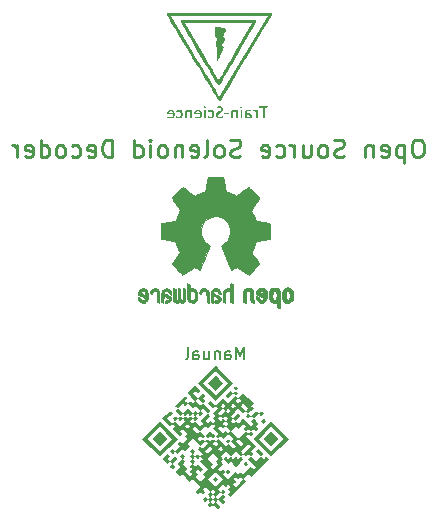
<source format=gbr>
%TF.GenerationSoftware,KiCad,Pcbnew,8.0.2*%
%TF.CreationDate,2024-12-14T22:54:12+01:00*%
%TF.ProjectId,solenoidDecoder,736f6c65-6e6f-4696-9444-65636f646572,rev?*%
%TF.SameCoordinates,Original*%
%TF.FileFunction,Legend,Bot*%
%TF.FilePolarity,Positive*%
%FSLAX46Y46*%
G04 Gerber Fmt 4.6, Leading zero omitted, Abs format (unit mm)*
G04 Created by KiCad (PCBNEW 8.0.2) date 2024-12-14 22:54:12*
%MOMM*%
%LPD*%
G01*
G04 APERTURE LIST*
G04 Aperture macros list*
%AMRoundRect*
0 Rectangle with rounded corners*
0 $1 Rounding radius*
0 $2 $3 $4 $5 $6 $7 $8 $9 X,Y pos of 4 corners*
0 Add a 4 corners polygon primitive as box body*
4,1,4,$2,$3,$4,$5,$6,$7,$8,$9,$2,$3,0*
0 Add four circle primitives for the rounded corners*
1,1,$1+$1,$2,$3*
1,1,$1+$1,$4,$5*
1,1,$1+$1,$6,$7*
1,1,$1+$1,$8,$9*
0 Add four rect primitives between the rounded corners*
20,1,$1+$1,$2,$3,$4,$5,0*
20,1,$1+$1,$4,$5,$6,$7,0*
20,1,$1+$1,$6,$7,$8,$9,0*
20,1,$1+$1,$8,$9,$2,$3,0*%
G04 Aperture macros list end*
%ADD10C,0.150000*%
%ADD11C,0.250000*%
%ADD12C,0.000000*%
%ADD13C,0.010000*%
%ADD14C,1.000000*%
%ADD15RoundRect,0.250000X0.650000X1.550000X-0.650000X1.550000X-0.650000X-1.550000X0.650000X-1.550000X0*%
%ADD16O,1.800000X3.600000*%
%ADD17RoundRect,0.250000X-1.550000X0.650000X-1.550000X-0.650000X1.550000X-0.650000X1.550000X0.650000X0*%
%ADD18O,3.600000X1.800000*%
%ADD19R,1.700000X1.700000*%
%ADD20O,1.700000X1.700000*%
%ADD21C,3.200000*%
%ADD22RoundRect,0.250000X1.550000X-0.650000X1.550000X0.650000X-1.550000X0.650000X-1.550000X-0.650000X0*%
G04 APERTURE END LIST*
D10*
X133214761Y-118360819D02*
X133214761Y-117360819D01*
X133214761Y-117360819D02*
X132881428Y-118075104D01*
X132881428Y-118075104D02*
X132548095Y-117360819D01*
X132548095Y-117360819D02*
X132548095Y-118360819D01*
X131643333Y-118360819D02*
X131643333Y-117837009D01*
X131643333Y-117837009D02*
X131690952Y-117741771D01*
X131690952Y-117741771D02*
X131786190Y-117694152D01*
X131786190Y-117694152D02*
X131976666Y-117694152D01*
X131976666Y-117694152D02*
X132071904Y-117741771D01*
X131643333Y-118313200D02*
X131738571Y-118360819D01*
X131738571Y-118360819D02*
X131976666Y-118360819D01*
X131976666Y-118360819D02*
X132071904Y-118313200D01*
X132071904Y-118313200D02*
X132119523Y-118217961D01*
X132119523Y-118217961D02*
X132119523Y-118122723D01*
X132119523Y-118122723D02*
X132071904Y-118027485D01*
X132071904Y-118027485D02*
X131976666Y-117979866D01*
X131976666Y-117979866D02*
X131738571Y-117979866D01*
X131738571Y-117979866D02*
X131643333Y-117932247D01*
X131167142Y-117694152D02*
X131167142Y-118360819D01*
X131167142Y-117789390D02*
X131119523Y-117741771D01*
X131119523Y-117741771D02*
X131024285Y-117694152D01*
X131024285Y-117694152D02*
X130881428Y-117694152D01*
X130881428Y-117694152D02*
X130786190Y-117741771D01*
X130786190Y-117741771D02*
X130738571Y-117837009D01*
X130738571Y-117837009D02*
X130738571Y-118360819D01*
X129833809Y-117694152D02*
X129833809Y-118360819D01*
X130262380Y-117694152D02*
X130262380Y-118217961D01*
X130262380Y-118217961D02*
X130214761Y-118313200D01*
X130214761Y-118313200D02*
X130119523Y-118360819D01*
X130119523Y-118360819D02*
X129976666Y-118360819D01*
X129976666Y-118360819D02*
X129881428Y-118313200D01*
X129881428Y-118313200D02*
X129833809Y-118265580D01*
X128929047Y-118360819D02*
X128929047Y-117837009D01*
X128929047Y-117837009D02*
X128976666Y-117741771D01*
X128976666Y-117741771D02*
X129071904Y-117694152D01*
X129071904Y-117694152D02*
X129262380Y-117694152D01*
X129262380Y-117694152D02*
X129357618Y-117741771D01*
X128929047Y-118313200D02*
X129024285Y-118360819D01*
X129024285Y-118360819D02*
X129262380Y-118360819D01*
X129262380Y-118360819D02*
X129357618Y-118313200D01*
X129357618Y-118313200D02*
X129405237Y-118217961D01*
X129405237Y-118217961D02*
X129405237Y-118122723D01*
X129405237Y-118122723D02*
X129357618Y-118027485D01*
X129357618Y-118027485D02*
X129262380Y-117979866D01*
X129262380Y-117979866D02*
X129024285Y-117979866D01*
X129024285Y-117979866D02*
X128929047Y-117932247D01*
X128309999Y-118360819D02*
X128405237Y-118313200D01*
X128405237Y-118313200D02*
X128452856Y-118217961D01*
X128452856Y-118217961D02*
X128452856Y-117360819D01*
D11*
X148063998Y-99776428D02*
X147778284Y-99776428D01*
X147778284Y-99776428D02*
X147635427Y-99847857D01*
X147635427Y-99847857D02*
X147492570Y-99990714D01*
X147492570Y-99990714D02*
X147421141Y-100276428D01*
X147421141Y-100276428D02*
X147421141Y-100776428D01*
X147421141Y-100776428D02*
X147492570Y-101062142D01*
X147492570Y-101062142D02*
X147635427Y-101205000D01*
X147635427Y-101205000D02*
X147778284Y-101276428D01*
X147778284Y-101276428D02*
X148063998Y-101276428D01*
X148063998Y-101276428D02*
X148206856Y-101205000D01*
X148206856Y-101205000D02*
X148349713Y-101062142D01*
X148349713Y-101062142D02*
X148421141Y-100776428D01*
X148421141Y-100776428D02*
X148421141Y-100276428D01*
X148421141Y-100276428D02*
X148349713Y-99990714D01*
X148349713Y-99990714D02*
X148206856Y-99847857D01*
X148206856Y-99847857D02*
X148063998Y-99776428D01*
X146778284Y-100276428D02*
X146778284Y-101776428D01*
X146778284Y-100347857D02*
X146635427Y-100276428D01*
X146635427Y-100276428D02*
X146349712Y-100276428D01*
X146349712Y-100276428D02*
X146206855Y-100347857D01*
X146206855Y-100347857D02*
X146135427Y-100419285D01*
X146135427Y-100419285D02*
X146063998Y-100562142D01*
X146063998Y-100562142D02*
X146063998Y-100990714D01*
X146063998Y-100990714D02*
X146135427Y-101133571D01*
X146135427Y-101133571D02*
X146206855Y-101205000D01*
X146206855Y-101205000D02*
X146349712Y-101276428D01*
X146349712Y-101276428D02*
X146635427Y-101276428D01*
X146635427Y-101276428D02*
X146778284Y-101205000D01*
X144849712Y-101205000D02*
X144992569Y-101276428D01*
X144992569Y-101276428D02*
X145278284Y-101276428D01*
X145278284Y-101276428D02*
X145421141Y-101205000D01*
X145421141Y-101205000D02*
X145492569Y-101062142D01*
X145492569Y-101062142D02*
X145492569Y-100490714D01*
X145492569Y-100490714D02*
X145421141Y-100347857D01*
X145421141Y-100347857D02*
X145278284Y-100276428D01*
X145278284Y-100276428D02*
X144992569Y-100276428D01*
X144992569Y-100276428D02*
X144849712Y-100347857D01*
X144849712Y-100347857D02*
X144778284Y-100490714D01*
X144778284Y-100490714D02*
X144778284Y-100633571D01*
X144778284Y-100633571D02*
X145492569Y-100776428D01*
X144135427Y-100276428D02*
X144135427Y-101276428D01*
X144135427Y-100419285D02*
X144063998Y-100347857D01*
X144063998Y-100347857D02*
X143921141Y-100276428D01*
X143921141Y-100276428D02*
X143706855Y-100276428D01*
X143706855Y-100276428D02*
X143563998Y-100347857D01*
X143563998Y-100347857D02*
X143492570Y-100490714D01*
X143492570Y-100490714D02*
X143492570Y-101276428D01*
X141706855Y-101205000D02*
X141492570Y-101276428D01*
X141492570Y-101276428D02*
X141135427Y-101276428D01*
X141135427Y-101276428D02*
X140992570Y-101205000D01*
X140992570Y-101205000D02*
X140921141Y-101133571D01*
X140921141Y-101133571D02*
X140849712Y-100990714D01*
X140849712Y-100990714D02*
X140849712Y-100847857D01*
X140849712Y-100847857D02*
X140921141Y-100705000D01*
X140921141Y-100705000D02*
X140992570Y-100633571D01*
X140992570Y-100633571D02*
X141135427Y-100562142D01*
X141135427Y-100562142D02*
X141421141Y-100490714D01*
X141421141Y-100490714D02*
X141563998Y-100419285D01*
X141563998Y-100419285D02*
X141635427Y-100347857D01*
X141635427Y-100347857D02*
X141706855Y-100205000D01*
X141706855Y-100205000D02*
X141706855Y-100062142D01*
X141706855Y-100062142D02*
X141635427Y-99919285D01*
X141635427Y-99919285D02*
X141563998Y-99847857D01*
X141563998Y-99847857D02*
X141421141Y-99776428D01*
X141421141Y-99776428D02*
X141063998Y-99776428D01*
X141063998Y-99776428D02*
X140849712Y-99847857D01*
X139992570Y-101276428D02*
X140135427Y-101205000D01*
X140135427Y-101205000D02*
X140206856Y-101133571D01*
X140206856Y-101133571D02*
X140278284Y-100990714D01*
X140278284Y-100990714D02*
X140278284Y-100562142D01*
X140278284Y-100562142D02*
X140206856Y-100419285D01*
X140206856Y-100419285D02*
X140135427Y-100347857D01*
X140135427Y-100347857D02*
X139992570Y-100276428D01*
X139992570Y-100276428D02*
X139778284Y-100276428D01*
X139778284Y-100276428D02*
X139635427Y-100347857D01*
X139635427Y-100347857D02*
X139563999Y-100419285D01*
X139563999Y-100419285D02*
X139492570Y-100562142D01*
X139492570Y-100562142D02*
X139492570Y-100990714D01*
X139492570Y-100990714D02*
X139563999Y-101133571D01*
X139563999Y-101133571D02*
X139635427Y-101205000D01*
X139635427Y-101205000D02*
X139778284Y-101276428D01*
X139778284Y-101276428D02*
X139992570Y-101276428D01*
X138206856Y-100276428D02*
X138206856Y-101276428D01*
X138849713Y-100276428D02*
X138849713Y-101062142D01*
X138849713Y-101062142D02*
X138778284Y-101205000D01*
X138778284Y-101205000D02*
X138635427Y-101276428D01*
X138635427Y-101276428D02*
X138421141Y-101276428D01*
X138421141Y-101276428D02*
X138278284Y-101205000D01*
X138278284Y-101205000D02*
X138206856Y-101133571D01*
X137492570Y-101276428D02*
X137492570Y-100276428D01*
X137492570Y-100562142D02*
X137421141Y-100419285D01*
X137421141Y-100419285D02*
X137349713Y-100347857D01*
X137349713Y-100347857D02*
X137206855Y-100276428D01*
X137206855Y-100276428D02*
X137063998Y-100276428D01*
X135921142Y-101205000D02*
X136063999Y-101276428D01*
X136063999Y-101276428D02*
X136349713Y-101276428D01*
X136349713Y-101276428D02*
X136492570Y-101205000D01*
X136492570Y-101205000D02*
X136563999Y-101133571D01*
X136563999Y-101133571D02*
X136635427Y-100990714D01*
X136635427Y-100990714D02*
X136635427Y-100562142D01*
X136635427Y-100562142D02*
X136563999Y-100419285D01*
X136563999Y-100419285D02*
X136492570Y-100347857D01*
X136492570Y-100347857D02*
X136349713Y-100276428D01*
X136349713Y-100276428D02*
X136063999Y-100276428D01*
X136063999Y-100276428D02*
X135921142Y-100347857D01*
X134706856Y-101205000D02*
X134849713Y-101276428D01*
X134849713Y-101276428D02*
X135135428Y-101276428D01*
X135135428Y-101276428D02*
X135278285Y-101205000D01*
X135278285Y-101205000D02*
X135349713Y-101062142D01*
X135349713Y-101062142D02*
X135349713Y-100490714D01*
X135349713Y-100490714D02*
X135278285Y-100347857D01*
X135278285Y-100347857D02*
X135135428Y-100276428D01*
X135135428Y-100276428D02*
X134849713Y-100276428D01*
X134849713Y-100276428D02*
X134706856Y-100347857D01*
X134706856Y-100347857D02*
X134635428Y-100490714D01*
X134635428Y-100490714D02*
X134635428Y-100633571D01*
X134635428Y-100633571D02*
X135349713Y-100776428D01*
X132921142Y-101205000D02*
X132706857Y-101276428D01*
X132706857Y-101276428D02*
X132349714Y-101276428D01*
X132349714Y-101276428D02*
X132206857Y-101205000D01*
X132206857Y-101205000D02*
X132135428Y-101133571D01*
X132135428Y-101133571D02*
X132063999Y-100990714D01*
X132063999Y-100990714D02*
X132063999Y-100847857D01*
X132063999Y-100847857D02*
X132135428Y-100705000D01*
X132135428Y-100705000D02*
X132206857Y-100633571D01*
X132206857Y-100633571D02*
X132349714Y-100562142D01*
X132349714Y-100562142D02*
X132635428Y-100490714D01*
X132635428Y-100490714D02*
X132778285Y-100419285D01*
X132778285Y-100419285D02*
X132849714Y-100347857D01*
X132849714Y-100347857D02*
X132921142Y-100205000D01*
X132921142Y-100205000D02*
X132921142Y-100062142D01*
X132921142Y-100062142D02*
X132849714Y-99919285D01*
X132849714Y-99919285D02*
X132778285Y-99847857D01*
X132778285Y-99847857D02*
X132635428Y-99776428D01*
X132635428Y-99776428D02*
X132278285Y-99776428D01*
X132278285Y-99776428D02*
X132063999Y-99847857D01*
X131206857Y-101276428D02*
X131349714Y-101205000D01*
X131349714Y-101205000D02*
X131421143Y-101133571D01*
X131421143Y-101133571D02*
X131492571Y-100990714D01*
X131492571Y-100990714D02*
X131492571Y-100562142D01*
X131492571Y-100562142D02*
X131421143Y-100419285D01*
X131421143Y-100419285D02*
X131349714Y-100347857D01*
X131349714Y-100347857D02*
X131206857Y-100276428D01*
X131206857Y-100276428D02*
X130992571Y-100276428D01*
X130992571Y-100276428D02*
X130849714Y-100347857D01*
X130849714Y-100347857D02*
X130778286Y-100419285D01*
X130778286Y-100419285D02*
X130706857Y-100562142D01*
X130706857Y-100562142D02*
X130706857Y-100990714D01*
X130706857Y-100990714D02*
X130778286Y-101133571D01*
X130778286Y-101133571D02*
X130849714Y-101205000D01*
X130849714Y-101205000D02*
X130992571Y-101276428D01*
X130992571Y-101276428D02*
X131206857Y-101276428D01*
X129849714Y-101276428D02*
X129992571Y-101205000D01*
X129992571Y-101205000D02*
X130064000Y-101062142D01*
X130064000Y-101062142D02*
X130064000Y-99776428D01*
X128706857Y-101205000D02*
X128849714Y-101276428D01*
X128849714Y-101276428D02*
X129135429Y-101276428D01*
X129135429Y-101276428D02*
X129278286Y-101205000D01*
X129278286Y-101205000D02*
X129349714Y-101062142D01*
X129349714Y-101062142D02*
X129349714Y-100490714D01*
X129349714Y-100490714D02*
X129278286Y-100347857D01*
X129278286Y-100347857D02*
X129135429Y-100276428D01*
X129135429Y-100276428D02*
X128849714Y-100276428D01*
X128849714Y-100276428D02*
X128706857Y-100347857D01*
X128706857Y-100347857D02*
X128635429Y-100490714D01*
X128635429Y-100490714D02*
X128635429Y-100633571D01*
X128635429Y-100633571D02*
X129349714Y-100776428D01*
X127992572Y-100276428D02*
X127992572Y-101276428D01*
X127992572Y-100419285D02*
X127921143Y-100347857D01*
X127921143Y-100347857D02*
X127778286Y-100276428D01*
X127778286Y-100276428D02*
X127564000Y-100276428D01*
X127564000Y-100276428D02*
X127421143Y-100347857D01*
X127421143Y-100347857D02*
X127349715Y-100490714D01*
X127349715Y-100490714D02*
X127349715Y-101276428D01*
X126421143Y-101276428D02*
X126564000Y-101205000D01*
X126564000Y-101205000D02*
X126635429Y-101133571D01*
X126635429Y-101133571D02*
X126706857Y-100990714D01*
X126706857Y-100990714D02*
X126706857Y-100562142D01*
X126706857Y-100562142D02*
X126635429Y-100419285D01*
X126635429Y-100419285D02*
X126564000Y-100347857D01*
X126564000Y-100347857D02*
X126421143Y-100276428D01*
X126421143Y-100276428D02*
X126206857Y-100276428D01*
X126206857Y-100276428D02*
X126064000Y-100347857D01*
X126064000Y-100347857D02*
X125992572Y-100419285D01*
X125992572Y-100419285D02*
X125921143Y-100562142D01*
X125921143Y-100562142D02*
X125921143Y-100990714D01*
X125921143Y-100990714D02*
X125992572Y-101133571D01*
X125992572Y-101133571D02*
X126064000Y-101205000D01*
X126064000Y-101205000D02*
X126206857Y-101276428D01*
X126206857Y-101276428D02*
X126421143Y-101276428D01*
X125278286Y-101276428D02*
X125278286Y-100276428D01*
X125278286Y-99776428D02*
X125349714Y-99847857D01*
X125349714Y-99847857D02*
X125278286Y-99919285D01*
X125278286Y-99919285D02*
X125206857Y-99847857D01*
X125206857Y-99847857D02*
X125278286Y-99776428D01*
X125278286Y-99776428D02*
X125278286Y-99919285D01*
X123921143Y-101276428D02*
X123921143Y-99776428D01*
X123921143Y-101205000D02*
X124064000Y-101276428D01*
X124064000Y-101276428D02*
X124349714Y-101276428D01*
X124349714Y-101276428D02*
X124492571Y-101205000D01*
X124492571Y-101205000D02*
X124564000Y-101133571D01*
X124564000Y-101133571D02*
X124635428Y-100990714D01*
X124635428Y-100990714D02*
X124635428Y-100562142D01*
X124635428Y-100562142D02*
X124564000Y-100419285D01*
X124564000Y-100419285D02*
X124492571Y-100347857D01*
X124492571Y-100347857D02*
X124349714Y-100276428D01*
X124349714Y-100276428D02*
X124064000Y-100276428D01*
X124064000Y-100276428D02*
X123921143Y-100347857D01*
X122064000Y-101276428D02*
X122064000Y-99776428D01*
X122064000Y-99776428D02*
X121706857Y-99776428D01*
X121706857Y-99776428D02*
X121492571Y-99847857D01*
X121492571Y-99847857D02*
X121349714Y-99990714D01*
X121349714Y-99990714D02*
X121278285Y-100133571D01*
X121278285Y-100133571D02*
X121206857Y-100419285D01*
X121206857Y-100419285D02*
X121206857Y-100633571D01*
X121206857Y-100633571D02*
X121278285Y-100919285D01*
X121278285Y-100919285D02*
X121349714Y-101062142D01*
X121349714Y-101062142D02*
X121492571Y-101205000D01*
X121492571Y-101205000D02*
X121706857Y-101276428D01*
X121706857Y-101276428D02*
X122064000Y-101276428D01*
X119992571Y-101205000D02*
X120135428Y-101276428D01*
X120135428Y-101276428D02*
X120421143Y-101276428D01*
X120421143Y-101276428D02*
X120564000Y-101205000D01*
X120564000Y-101205000D02*
X120635428Y-101062142D01*
X120635428Y-101062142D02*
X120635428Y-100490714D01*
X120635428Y-100490714D02*
X120564000Y-100347857D01*
X120564000Y-100347857D02*
X120421143Y-100276428D01*
X120421143Y-100276428D02*
X120135428Y-100276428D01*
X120135428Y-100276428D02*
X119992571Y-100347857D01*
X119992571Y-100347857D02*
X119921143Y-100490714D01*
X119921143Y-100490714D02*
X119921143Y-100633571D01*
X119921143Y-100633571D02*
X120635428Y-100776428D01*
X118635429Y-101205000D02*
X118778286Y-101276428D01*
X118778286Y-101276428D02*
X119064000Y-101276428D01*
X119064000Y-101276428D02*
X119206857Y-101205000D01*
X119206857Y-101205000D02*
X119278286Y-101133571D01*
X119278286Y-101133571D02*
X119349714Y-100990714D01*
X119349714Y-100990714D02*
X119349714Y-100562142D01*
X119349714Y-100562142D02*
X119278286Y-100419285D01*
X119278286Y-100419285D02*
X119206857Y-100347857D01*
X119206857Y-100347857D02*
X119064000Y-100276428D01*
X119064000Y-100276428D02*
X118778286Y-100276428D01*
X118778286Y-100276428D02*
X118635429Y-100347857D01*
X117778286Y-101276428D02*
X117921143Y-101205000D01*
X117921143Y-101205000D02*
X117992572Y-101133571D01*
X117992572Y-101133571D02*
X118064000Y-100990714D01*
X118064000Y-100990714D02*
X118064000Y-100562142D01*
X118064000Y-100562142D02*
X117992572Y-100419285D01*
X117992572Y-100419285D02*
X117921143Y-100347857D01*
X117921143Y-100347857D02*
X117778286Y-100276428D01*
X117778286Y-100276428D02*
X117564000Y-100276428D01*
X117564000Y-100276428D02*
X117421143Y-100347857D01*
X117421143Y-100347857D02*
X117349715Y-100419285D01*
X117349715Y-100419285D02*
X117278286Y-100562142D01*
X117278286Y-100562142D02*
X117278286Y-100990714D01*
X117278286Y-100990714D02*
X117349715Y-101133571D01*
X117349715Y-101133571D02*
X117421143Y-101205000D01*
X117421143Y-101205000D02*
X117564000Y-101276428D01*
X117564000Y-101276428D02*
X117778286Y-101276428D01*
X115992572Y-101276428D02*
X115992572Y-99776428D01*
X115992572Y-101205000D02*
X116135429Y-101276428D01*
X116135429Y-101276428D02*
X116421143Y-101276428D01*
X116421143Y-101276428D02*
X116564000Y-101205000D01*
X116564000Y-101205000D02*
X116635429Y-101133571D01*
X116635429Y-101133571D02*
X116706857Y-100990714D01*
X116706857Y-100990714D02*
X116706857Y-100562142D01*
X116706857Y-100562142D02*
X116635429Y-100419285D01*
X116635429Y-100419285D02*
X116564000Y-100347857D01*
X116564000Y-100347857D02*
X116421143Y-100276428D01*
X116421143Y-100276428D02*
X116135429Y-100276428D01*
X116135429Y-100276428D02*
X115992572Y-100347857D01*
X114706857Y-101205000D02*
X114849714Y-101276428D01*
X114849714Y-101276428D02*
X115135429Y-101276428D01*
X115135429Y-101276428D02*
X115278286Y-101205000D01*
X115278286Y-101205000D02*
X115349714Y-101062142D01*
X115349714Y-101062142D02*
X115349714Y-100490714D01*
X115349714Y-100490714D02*
X115278286Y-100347857D01*
X115278286Y-100347857D02*
X115135429Y-100276428D01*
X115135429Y-100276428D02*
X114849714Y-100276428D01*
X114849714Y-100276428D02*
X114706857Y-100347857D01*
X114706857Y-100347857D02*
X114635429Y-100490714D01*
X114635429Y-100490714D02*
X114635429Y-100633571D01*
X114635429Y-100633571D02*
X115349714Y-100776428D01*
X113992572Y-101276428D02*
X113992572Y-100276428D01*
X113992572Y-100562142D02*
X113921143Y-100419285D01*
X113921143Y-100419285D02*
X113849715Y-100347857D01*
X113849715Y-100347857D02*
X113706857Y-100276428D01*
X113706857Y-100276428D02*
X113564000Y-100276428D01*
D12*
%TO.C,G\u002A\u002A\u002A*%
G36*
X130001643Y-97977200D02*
G01*
X129840679Y-97977200D01*
X129840679Y-97236769D01*
X130001643Y-97236769D01*
X130001643Y-97977200D01*
G37*
G36*
X133092137Y-97977200D02*
G01*
X132931174Y-97977200D01*
X132931174Y-97236769D01*
X133092137Y-97236769D01*
X133092137Y-97977200D01*
G37*
G36*
X129964562Y-96977361D02*
G01*
X129995833Y-97035565D01*
X129997714Y-97052786D01*
X129984546Y-97096959D01*
X129925300Y-97107999D01*
X129871002Y-97102300D01*
X129822463Y-97066248D01*
X129828576Y-96996528D01*
X129852557Y-96964565D01*
X129908317Y-96951714D01*
X129964562Y-96977361D01*
G37*
G36*
X133055057Y-96977361D02*
G01*
X133086328Y-97035565D01*
X133088208Y-97052786D01*
X133075040Y-97096959D01*
X133015794Y-97107999D01*
X132961497Y-97102300D01*
X132912957Y-97066248D01*
X132919070Y-96996528D01*
X132943051Y-96964565D01*
X132998811Y-96951714D01*
X133055057Y-96977361D01*
G37*
G36*
X131866697Y-97505845D02*
G01*
X131937403Y-97532919D01*
X131965394Y-97575406D01*
X131963883Y-97585965D01*
X131938379Y-97608353D01*
X131872268Y-97619841D01*
X131753781Y-97623081D01*
X131654351Y-97621672D01*
X131584453Y-97614260D01*
X131554951Y-97597166D01*
X131552845Y-97566744D01*
X131554713Y-97560014D01*
X131597283Y-97521266D01*
X131676737Y-97499600D01*
X131773175Y-97494599D01*
X131866697Y-97505845D01*
G37*
G36*
X134412035Y-97977200D02*
G01*
X134331554Y-97977200D01*
X134306154Y-97976549D01*
X134274963Y-97966539D01*
X134258538Y-97933440D01*
X134252151Y-97863488D01*
X134251072Y-97742919D01*
X134250820Y-97710100D01*
X134238100Y-97549385D01*
X134203695Y-97442818D01*
X134144170Y-97383752D01*
X134056091Y-97365540D01*
X134034283Y-97365013D01*
X133976873Y-97348633D01*
X133961338Y-97301155D01*
X133968379Y-97273259D01*
X134016967Y-97240074D01*
X134096476Y-97238196D01*
X134188803Y-97270095D01*
X134231366Y-97286977D01*
X134251072Y-97270095D01*
X134271060Y-97248174D01*
X134331554Y-97236769D01*
X134412035Y-97236769D01*
X134412035Y-97977200D01*
G37*
G36*
X134977250Y-96947161D02*
G01*
X135115928Y-96948892D01*
X135204901Y-96953863D01*
X135254335Y-96963589D01*
X135274399Y-96979588D01*
X135275260Y-97003373D01*
X135262923Y-97030105D01*
X135212526Y-97056408D01*
X135111936Y-97069522D01*
X134959310Y-97079334D01*
X134959310Y-97977200D01*
X134798347Y-97977200D01*
X134798347Y-97075806D01*
X134653480Y-97075806D01*
X134643073Y-97075782D01*
X134557451Y-97070683D01*
X134518092Y-97051657D01*
X134508613Y-97011421D01*
X134510076Y-96992024D01*
X134522582Y-96971129D01*
X134556918Y-96957945D01*
X134623722Y-96950709D01*
X134733632Y-96947660D01*
X134897286Y-96947036D01*
X134977250Y-96947161D01*
G37*
G36*
X127831443Y-97251527D02*
G01*
X127935074Y-97312042D01*
X128000761Y-97422108D01*
X128031213Y-97584733D01*
X128036723Y-97693215D01*
X128029240Y-97765703D01*
X128001730Y-97819957D01*
X127947565Y-97879323D01*
X127913476Y-97911169D01*
X127827070Y-97963144D01*
X127722007Y-97977200D01*
X127620735Y-97963981D01*
X127529331Y-97923764D01*
X127474377Y-97866108D01*
X127469822Y-97800773D01*
X127481453Y-97773932D01*
X127504884Y-97761129D01*
X127550159Y-97795759D01*
X127551143Y-97796642D01*
X127640839Y-97840772D01*
X127742361Y-97841246D01*
X127826339Y-97797841D01*
X127836905Y-97785043D01*
X127867926Y-97702032D01*
X127876505Y-97593878D01*
X127862643Y-97489078D01*
X127826339Y-97416129D01*
X127825462Y-97415260D01*
X127741057Y-97372442D01*
X127639499Y-97373500D01*
X127550159Y-97418211D01*
X127521801Y-97442557D01*
X127491105Y-97451981D01*
X127469822Y-97413197D01*
X127471209Y-97355548D01*
X127520895Y-97296368D01*
X127607854Y-97253371D01*
X127717736Y-97236769D01*
X127831443Y-97251527D01*
G37*
G36*
X130503433Y-97251527D02*
G01*
X130607064Y-97312042D01*
X130672751Y-97422108D01*
X130703202Y-97584733D01*
X130708713Y-97693215D01*
X130701230Y-97765703D01*
X130673720Y-97819957D01*
X130619554Y-97879323D01*
X130585466Y-97911169D01*
X130499060Y-97963144D01*
X130393997Y-97977200D01*
X130292725Y-97963981D01*
X130201321Y-97923764D01*
X130146367Y-97866108D01*
X130141812Y-97800773D01*
X130153442Y-97773932D01*
X130176874Y-97761129D01*
X130222149Y-97795759D01*
X130223132Y-97796642D01*
X130312829Y-97840772D01*
X130414351Y-97841246D01*
X130498329Y-97797841D01*
X130501808Y-97794116D01*
X130536068Y-97718813D01*
X130548918Y-97606985D01*
X130548829Y-97597249D01*
X130534026Y-97487454D01*
X130498329Y-97416129D01*
X130497452Y-97415260D01*
X130413046Y-97372442D01*
X130311489Y-97373500D01*
X130222149Y-97418211D01*
X130193791Y-97442557D01*
X130163095Y-97451981D01*
X130141812Y-97413197D01*
X130143199Y-97355548D01*
X130192885Y-97296368D01*
X130279844Y-97253371D01*
X130389726Y-97236769D01*
X130503433Y-97251527D01*
G37*
G36*
X131219545Y-96958551D02*
G01*
X131339050Y-97008279D01*
X131417625Y-97087715D01*
X131449703Y-97186357D01*
X131429715Y-97293707D01*
X131352095Y-97399264D01*
X131333912Y-97415568D01*
X131252092Y-97476866D01*
X131183083Y-97512566D01*
X131153151Y-97523271D01*
X131061182Y-97582964D01*
X131008659Y-97661595D01*
X131002147Y-97744370D01*
X131048212Y-97816493D01*
X131058171Y-97823264D01*
X131139009Y-97841002D01*
X131261064Y-97832359D01*
X131410071Y-97798064D01*
X131458108Y-97794068D01*
X131483312Y-97821510D01*
X131467630Y-97871052D01*
X131410956Y-97927086D01*
X131338362Y-97958597D01*
X131214995Y-97975193D01*
X131082443Y-97965535D01*
X130968505Y-97929471D01*
X130899918Y-97874535D01*
X130840175Y-97772564D01*
X130821510Y-97670135D01*
X130847286Y-97570193D01*
X130927892Y-97481305D01*
X131068028Y-97395699D01*
X131145544Y-97352443D01*
X131244966Y-97272245D01*
X131282040Y-97195183D01*
X131255874Y-97122550D01*
X131253325Y-97119703D01*
X131194866Y-97089818D01*
X131111363Y-97076888D01*
X131031389Y-97082439D01*
X130983518Y-97107999D01*
X130942666Y-97138789D01*
X130893818Y-97127914D01*
X130870844Y-97076939D01*
X130870846Y-97076335D01*
X130900524Y-97007240D01*
X130983550Y-96962771D01*
X131112289Y-96947036D01*
X131219545Y-96958551D01*
G37*
G36*
X133895800Y-97756537D02*
G01*
X133881997Y-97852657D01*
X133827052Y-97925932D01*
X133779337Y-97948617D01*
X133675055Y-97966821D01*
X133518320Y-97970021D01*
X133279488Y-97965149D01*
X133288949Y-97709009D01*
X133446256Y-97709009D01*
X133451663Y-97746033D01*
X133484887Y-97809799D01*
X133526907Y-97835034D01*
X133605587Y-97847708D01*
X133681211Y-97834887D01*
X133725178Y-97797977D01*
X133727371Y-97740434D01*
X133675613Y-97695669D01*
X133564200Y-97665989D01*
X133493399Y-97657870D01*
X133455113Y-97669273D01*
X133446256Y-97709009D01*
X133288949Y-97709009D01*
X133290439Y-97668661D01*
X133293750Y-97595881D01*
X133309189Y-97441138D01*
X133339297Y-97337404D01*
X133390525Y-97275130D01*
X133469320Y-97244768D01*
X133582132Y-97236769D01*
X133617023Y-97237364D01*
X133749633Y-97254257D01*
X133834723Y-97292209D01*
X133864760Y-97348250D01*
X133864575Y-97352278D01*
X133846746Y-97375184D01*
X133790931Y-97381973D01*
X133684538Y-97374480D01*
X133586247Y-97367689D01*
X133512450Y-97374964D01*
X133475779Y-97400951D01*
X133453171Y-97447663D01*
X133454730Y-97504832D01*
X133502593Y-97526683D01*
X133564848Y-97532723D01*
X133675053Y-97559717D01*
X133778915Y-97599608D01*
X133847578Y-97642690D01*
X133866410Y-97665887D01*
X133890579Y-97740434D01*
X133895800Y-97756537D01*
G37*
G36*
X127349062Y-97507000D02*
G01*
X127353043Y-97678890D01*
X127348990Y-97709586D01*
X127315673Y-97822779D01*
X127250543Y-97903705D01*
X127237593Y-97913820D01*
X127149060Y-97954354D01*
X127038826Y-97974154D01*
X126923745Y-97974338D01*
X126820676Y-97956024D01*
X126746473Y-97920331D01*
X126717992Y-97868376D01*
X126718595Y-97861067D01*
X126738625Y-97839300D01*
X126796476Y-97832706D01*
X126904940Y-97839295D01*
X126980509Y-97843072D01*
X127104577Y-97826168D01*
X127177215Y-97773960D01*
X127200882Y-97685167D01*
X127200110Y-97670882D01*
X127187383Y-97645313D01*
X127148931Y-97630892D01*
X127071877Y-97624517D01*
X126943341Y-97623081D01*
X126685800Y-97623081D01*
X126685800Y-97524027D01*
X126697096Y-97468557D01*
X126846763Y-97468557D01*
X126862534Y-97479152D01*
X126926846Y-97490076D01*
X127023822Y-97494311D01*
X127096663Y-97492017D01*
X127171767Y-97482662D01*
X127200882Y-97468557D01*
X127183398Y-97425073D01*
X127118491Y-97382306D01*
X127023822Y-97365540D01*
X126949085Y-97375712D01*
X126875579Y-97413477D01*
X126846763Y-97468557D01*
X126697096Y-97468557D01*
X126703427Y-97437471D01*
X126770589Y-97336669D01*
X126872043Y-97264419D01*
X126990752Y-97236769D01*
X127055651Y-97240482D01*
X127197413Y-97284192D01*
X127296201Y-97374233D01*
X127333756Y-97468557D01*
X127349062Y-97507000D01*
G37*
G36*
X128794632Y-97237988D02*
G01*
X128818082Y-97248787D01*
X128832311Y-97280124D01*
X128839622Y-97342962D01*
X128842320Y-97448262D01*
X128842707Y-97606985D01*
X128842707Y-97977200D01*
X128762226Y-97977200D01*
X128728899Y-97975724D01*
X128702045Y-97962601D01*
X128688001Y-97924642D01*
X128682617Y-97848664D01*
X128681744Y-97721485D01*
X128681648Y-97682304D01*
X128678459Y-97565262D01*
X128667981Y-97492461D01*
X128646472Y-97447920D01*
X128610196Y-97415654D01*
X128592838Y-97404399D01*
X128503310Y-97370399D01*
X128425414Y-97374444D01*
X128379358Y-97416462D01*
X128377401Y-97422840D01*
X128368470Y-97488366D01*
X128362190Y-97594739D01*
X128359817Y-97722292D01*
X128359363Y-97827007D01*
X128355258Y-97912522D01*
X128343330Y-97957257D01*
X128319413Y-97974415D01*
X128279336Y-97977200D01*
X128274166Y-97977194D01*
X128237666Y-97973987D01*
X128215405Y-97956328D01*
X128203863Y-97911734D01*
X128199520Y-97827722D01*
X128198854Y-97691808D01*
X128204764Y-97527568D01*
X128228825Y-97389150D01*
X128275329Y-97299519D01*
X128348433Y-97251213D01*
X128452293Y-97236769D01*
X128466737Y-97237050D01*
X128555895Y-97250219D01*
X128614944Y-97277010D01*
X128650858Y-97301107D01*
X128672354Y-97277010D01*
X128699439Y-97251507D01*
X128764908Y-97236769D01*
X128794632Y-97237988D01*
G37*
G36*
X129666933Y-97507000D02*
G01*
X129670913Y-97678890D01*
X129666861Y-97709586D01*
X129633544Y-97822779D01*
X129568414Y-97903705D01*
X129555464Y-97913820D01*
X129466931Y-97954354D01*
X129356696Y-97974154D01*
X129241616Y-97974338D01*
X129138546Y-97956024D01*
X129064343Y-97920331D01*
X129035863Y-97868376D01*
X129036465Y-97861067D01*
X129056496Y-97839300D01*
X129114347Y-97832706D01*
X129222811Y-97839295D01*
X129298380Y-97843072D01*
X129422448Y-97826168D01*
X129495086Y-97773960D01*
X129518753Y-97685167D01*
X129517980Y-97670882D01*
X129505254Y-97645313D01*
X129466802Y-97630892D01*
X129389747Y-97624517D01*
X129261212Y-97623081D01*
X129003670Y-97623081D01*
X129003670Y-97524027D01*
X129014967Y-97468557D01*
X129164634Y-97468557D01*
X129180405Y-97479152D01*
X129244717Y-97490076D01*
X129341693Y-97494311D01*
X129414534Y-97492017D01*
X129489637Y-97482662D01*
X129518753Y-97468557D01*
X129501269Y-97425073D01*
X129436361Y-97382306D01*
X129341693Y-97365540D01*
X129266956Y-97375712D01*
X129193450Y-97413477D01*
X129164634Y-97468557D01*
X129014967Y-97468557D01*
X129021298Y-97437471D01*
X129088460Y-97336669D01*
X129189914Y-97264419D01*
X129308623Y-97236769D01*
X129373522Y-97240482D01*
X129515284Y-97284192D01*
X129614072Y-97374233D01*
X129651627Y-97468557D01*
X129666933Y-97507000D01*
G37*
G36*
X132689943Y-97237988D02*
G01*
X132713392Y-97248787D01*
X132727621Y-97280124D01*
X132734933Y-97342962D01*
X132737630Y-97448262D01*
X132738018Y-97606985D01*
X132738018Y-97977200D01*
X132657536Y-97977200D01*
X132624209Y-97975724D01*
X132597355Y-97962601D01*
X132583311Y-97924642D01*
X132577927Y-97848664D01*
X132577054Y-97721485D01*
X132576958Y-97682304D01*
X132573770Y-97565262D01*
X132563291Y-97492461D01*
X132541783Y-97447920D01*
X132505506Y-97415654D01*
X132488149Y-97404399D01*
X132398620Y-97370399D01*
X132320725Y-97374444D01*
X132274669Y-97416462D01*
X132272712Y-97422840D01*
X132263781Y-97488366D01*
X132257501Y-97594739D01*
X132255128Y-97722292D01*
X132254674Y-97827007D01*
X132250568Y-97912522D01*
X132238641Y-97957257D01*
X132214723Y-97974415D01*
X132174646Y-97977200D01*
X132169476Y-97977194D01*
X132132976Y-97973987D01*
X132110716Y-97956328D01*
X132099174Y-97911734D01*
X132094830Y-97827722D01*
X132094165Y-97691808D01*
X132100075Y-97527568D01*
X132124135Y-97389150D01*
X132170639Y-97299519D01*
X132243743Y-97251213D01*
X132347604Y-97236769D01*
X132362048Y-97237050D01*
X132451205Y-97250219D01*
X132510255Y-97277010D01*
X132546168Y-97301107D01*
X132567665Y-97277010D01*
X132594750Y-97251507D01*
X132660219Y-97236769D01*
X132689943Y-97237988D01*
G37*
G36*
X130929584Y-90209055D02*
G01*
X131036767Y-90231861D01*
X131137350Y-90255620D01*
X131254498Y-90281490D01*
X131337637Y-90297793D01*
X131459236Y-90319750D01*
X131597330Y-90352223D01*
X131684583Y-90385145D01*
X131715770Y-90405406D01*
X131723596Y-90438893D01*
X131694486Y-90502058D01*
X131664421Y-90561127D01*
X131618304Y-90657113D01*
X131564888Y-90771502D01*
X131511168Y-90888987D01*
X131464137Y-90994260D01*
X131430789Y-91072014D01*
X131418119Y-91106939D01*
X131427380Y-91114074D01*
X131476351Y-91120166D01*
X131516176Y-91126492D01*
X131589165Y-91160407D01*
X131604994Y-91172772D01*
X131625542Y-91202801D01*
X131617917Y-91248076D01*
X131581132Y-91329418D01*
X131541393Y-91413681D01*
X131492778Y-91520347D01*
X131442601Y-91632885D01*
X131397966Y-91735197D01*
X131365976Y-91811185D01*
X131353734Y-91844752D01*
X131366087Y-91852883D01*
X131417957Y-91869882D01*
X131434712Y-91874961D01*
X131483591Y-91908444D01*
X131496862Y-91968132D01*
X131474483Y-92063145D01*
X131416412Y-92202598D01*
X131357724Y-92330375D01*
X131299959Y-92456942D01*
X131256615Y-92552739D01*
X131215819Y-92643386D01*
X131158889Y-92769417D01*
X131100281Y-92898810D01*
X131051947Y-92998317D01*
X130995388Y-93088226D01*
X130953957Y-93115590D01*
X130927601Y-93080388D01*
X130916268Y-92982598D01*
X130919906Y-92822196D01*
X130923886Y-92752403D01*
X130932180Y-92603500D01*
X130941639Y-92430671D01*
X130950896Y-92258771D01*
X130970005Y-91900418D01*
X130885617Y-91879238D01*
X130880672Y-91877961D01*
X130840504Y-91860997D01*
X130819203Y-91828791D01*
X130815919Y-91769527D01*
X130829804Y-91671393D01*
X130860010Y-91522574D01*
X130864827Y-91499954D01*
X130894958Y-91348284D01*
X130908833Y-91245164D01*
X130906154Y-91178271D01*
X130886626Y-91135286D01*
X130849953Y-91103888D01*
X130847111Y-91102021D01*
X130817176Y-91079265D01*
X130797207Y-91050066D01*
X130785580Y-91002841D01*
X130780670Y-90926007D01*
X130780853Y-90807980D01*
X130784506Y-90637178D01*
X130785185Y-90610545D01*
X130790677Y-90456056D01*
X130797793Y-90327829D01*
X130805688Y-90238569D01*
X130813518Y-90200982D01*
X130848913Y-90198110D01*
X130929584Y-90209055D01*
G37*
G36*
X134145719Y-89982184D02*
G01*
X134066787Y-90131073D01*
X133961520Y-90323575D01*
X133828981Y-90561366D01*
X133668234Y-90846123D01*
X133478343Y-91179524D01*
X133258371Y-91563245D01*
X133007382Y-91998962D01*
X132724439Y-92488354D01*
X132675932Y-92572120D01*
X132459243Y-92946143D01*
X132251855Y-93303831D01*
X132056060Y-93641244D01*
X131874153Y-93954441D01*
X131708426Y-94239482D01*
X131561173Y-94492428D01*
X131434688Y-94709339D01*
X131331262Y-94886274D01*
X131253191Y-95019294D01*
X131202767Y-95104458D01*
X131182283Y-95137827D01*
X131142828Y-95162333D01*
X131068969Y-95170019D01*
X131059686Y-95167271D01*
X131039663Y-95153318D01*
X131012629Y-95124943D01*
X130976638Y-95078973D01*
X130929739Y-95012233D01*
X130869986Y-94921552D01*
X130795428Y-94803755D01*
X130704119Y-94655670D01*
X130594109Y-94474124D01*
X130463450Y-94255942D01*
X130310193Y-93997953D01*
X130132390Y-93696982D01*
X129928093Y-93349857D01*
X129695353Y-92953404D01*
X129432222Y-92504450D01*
X129183297Y-92078970D01*
X128922813Y-91632321D01*
X128693789Y-91237872D01*
X128495313Y-90894011D01*
X128326474Y-90599128D01*
X128186359Y-90351610D01*
X128074059Y-90149845D01*
X127988661Y-89992220D01*
X127964356Y-89945134D01*
X128234753Y-89945134D01*
X129642654Y-92350177D01*
X129812203Y-92639713D01*
X130016368Y-92988092D01*
X130209448Y-93317265D01*
X130389065Y-93623190D01*
X130552839Y-93901826D01*
X130698391Y-94149130D01*
X130823342Y-94361061D01*
X130925313Y-94533577D01*
X131001924Y-94662637D01*
X131050797Y-94744197D01*
X131069551Y-94774218D01*
X131083109Y-94757326D01*
X131126889Y-94689149D01*
X131198496Y-94572481D01*
X131295586Y-94411287D01*
X131415814Y-94209530D01*
X131556836Y-93971174D01*
X131716308Y-93700185D01*
X131891885Y-93400526D01*
X132081222Y-93076162D01*
X132281976Y-92731056D01*
X132491803Y-92369175D01*
X133895057Y-89945134D01*
X132479529Y-89936751D01*
X132187334Y-89935322D01*
X131776992Y-89934062D01*
X131336337Y-89933402D01*
X130884309Y-89933341D01*
X130439847Y-89933879D01*
X130021890Y-89935016D01*
X129649377Y-89936751D01*
X128234753Y-89945134D01*
X127964356Y-89945134D01*
X127929252Y-89877125D01*
X127894923Y-89802948D01*
X127884761Y-89768075D01*
X127893024Y-89687593D01*
X134234976Y-89687593D01*
X134234640Y-89784171D01*
X134228325Y-89808537D01*
X134199253Y-89875231D01*
X134164264Y-89945134D01*
X134145719Y-89982184D01*
G37*
G36*
X135473319Y-89376634D02*
G01*
X135404391Y-89500603D01*
X135317544Y-89653190D01*
X135211239Y-89837043D01*
X135083940Y-90054812D01*
X134934107Y-90309146D01*
X134760204Y-90602693D01*
X134560692Y-90938103D01*
X134334035Y-91318024D01*
X134078693Y-91745106D01*
X133793130Y-92221996D01*
X133475808Y-92751344D01*
X133412249Y-92857324D01*
X133148652Y-93296804D01*
X132894181Y-93720988D01*
X132650834Y-94126547D01*
X132420611Y-94510155D01*
X132205509Y-94868484D01*
X132007527Y-95198208D01*
X131828662Y-95496000D01*
X131670914Y-95758531D01*
X131536280Y-95982476D01*
X131426758Y-96164508D01*
X131344348Y-96301298D01*
X131291047Y-96389521D01*
X131268854Y-96425849D01*
X131220237Y-96476194D01*
X131137048Y-96490234D01*
X131131308Y-96488830D01*
X131114270Y-96478488D01*
X131091050Y-96456107D01*
X131059962Y-96418991D01*
X131019317Y-96364444D01*
X130967427Y-96289771D01*
X130902606Y-96192274D01*
X130823164Y-96069259D01*
X130727414Y-95918029D01*
X130613668Y-95735888D01*
X130480239Y-95520141D01*
X130325439Y-95268091D01*
X130147579Y-94977044D01*
X129944972Y-94644302D01*
X129715931Y-94267170D01*
X129458766Y-93842951D01*
X129171792Y-93368951D01*
X128853319Y-92842473D01*
X128810932Y-92772373D01*
X128469669Y-92207468D01*
X128161101Y-91695665D01*
X127884308Y-91235404D01*
X127638369Y-90825125D01*
X127422366Y-90463265D01*
X127235377Y-90148265D01*
X127076483Y-89878564D01*
X126944764Y-89652600D01*
X126839299Y-89468813D01*
X126759169Y-89325643D01*
X126746133Y-89301282D01*
X127015267Y-89301282D01*
X128806237Y-92263660D01*
X129015284Y-92609436D01*
X129259156Y-93012804D01*
X129495827Y-93404256D01*
X129722687Y-93779472D01*
X129937125Y-94134135D01*
X130136530Y-94463926D01*
X130318290Y-94764527D01*
X130479795Y-95031620D01*
X130618434Y-95260887D01*
X130731595Y-95448010D01*
X130816669Y-95588669D01*
X130871043Y-95678549D01*
X131144880Y-96131058D01*
X135242624Y-89301282D01*
X133185505Y-89292997D01*
X133104962Y-89292685D01*
X132650510Y-89291298D01*
X132150428Y-89290318D01*
X131620433Y-89289746D01*
X131076241Y-89289581D01*
X130533568Y-89289824D01*
X130008130Y-89290474D01*
X129515644Y-89291532D01*
X129071826Y-89292997D01*
X127015267Y-89301282D01*
X126746133Y-89301282D01*
X126703454Y-89221528D01*
X126671234Y-89154908D01*
X126661588Y-89124222D01*
X126669703Y-89043740D01*
X131119144Y-89035579D01*
X131715718Y-89034499D01*
X132281326Y-89033537D01*
X132788771Y-89032786D01*
X133241236Y-89032284D01*
X133641905Y-89032070D01*
X133993962Y-89032182D01*
X134300592Y-89032657D01*
X134564980Y-89033534D01*
X134790308Y-89034852D01*
X134979762Y-89036648D01*
X135136525Y-89038961D01*
X135263782Y-89041828D01*
X135364717Y-89045288D01*
X135442514Y-89049379D01*
X135500357Y-89054140D01*
X135541430Y-89059608D01*
X135568918Y-89065821D01*
X135586005Y-89072819D01*
X135595875Y-89080638D01*
X135601712Y-89089317D01*
X135602984Y-89093349D01*
X135600588Y-89113961D01*
X135587961Y-89149947D01*
X135563566Y-89203955D01*
X135525864Y-89278635D01*
X135513721Y-89301282D01*
X135473319Y-89376634D01*
G37*
G36*
X126416318Y-124779635D02*
G01*
X126737807Y-125101124D01*
X126416318Y-125422612D01*
X126094830Y-125744101D01*
X125773341Y-125422612D01*
X125451852Y-125101124D01*
X125773341Y-124779635D01*
X126094830Y-124458146D01*
X126416318Y-124779635D01*
G37*
G36*
X127273623Y-127351545D02*
G01*
X127380785Y-127458708D01*
X127273622Y-127565872D01*
X127166459Y-127673034D01*
X127059296Y-127565872D01*
X126952134Y-127458709D01*
X127059296Y-127351546D01*
X127166460Y-127244383D01*
X127273623Y-127351545D01*
G37*
G36*
X128130926Y-126494242D02*
G01*
X128238089Y-126601405D01*
X128130926Y-126708567D01*
X128023763Y-126815730D01*
X127916600Y-126708567D01*
X127809438Y-126601405D01*
X127916600Y-126494242D01*
X128023763Y-126387079D01*
X128130926Y-126494242D01*
G37*
G36*
X128988230Y-126065590D02*
G01*
X129095393Y-126172753D01*
X128988230Y-126279916D01*
X128881066Y-126387079D01*
X128773904Y-126279917D01*
X128666740Y-126172753D01*
X128773904Y-126065590D01*
X128881066Y-125958427D01*
X128988230Y-126065590D01*
G37*
G36*
X128988230Y-126922894D02*
G01*
X129095393Y-127030056D01*
X128988230Y-127137219D01*
X128881066Y-127244383D01*
X128773904Y-127137220D01*
X128666741Y-127030057D01*
X128773904Y-126922894D01*
X128881067Y-126815731D01*
X128988230Y-126922894D01*
G37*
G36*
X129202555Y-123279353D02*
G01*
X129309718Y-123386516D01*
X129202555Y-123493679D01*
X129095393Y-123600842D01*
X128988230Y-123493679D01*
X128881067Y-123386516D01*
X128988230Y-123279353D01*
X129095393Y-123172191D01*
X129202555Y-123279353D01*
G37*
G36*
X131131489Y-120064464D02*
G01*
X131452978Y-120385953D01*
X131131489Y-120707442D01*
X130810000Y-121028931D01*
X130488511Y-120707442D01*
X130167022Y-120385953D01*
X130488511Y-120064464D01*
X130810000Y-119742975D01*
X131131489Y-120064464D01*
G37*
G36*
X130917163Y-128423176D02*
G01*
X131024325Y-128530338D01*
X130917163Y-128637501D01*
X130810000Y-128744664D01*
X130702837Y-128637501D01*
X130595675Y-128530338D01*
X130702837Y-128423176D01*
X130810000Y-128316013D01*
X130917163Y-128423176D01*
G37*
G36*
X131988792Y-127780197D02*
G01*
X132095956Y-127887360D01*
X131988793Y-127994523D01*
X131881630Y-128101687D01*
X131774466Y-127994523D01*
X131667303Y-127887360D01*
X131774467Y-127780197D01*
X131881630Y-127673034D01*
X131988792Y-127780197D01*
G37*
G36*
X131988793Y-125208286D02*
G01*
X132095956Y-125315449D01*
X131988792Y-125422612D01*
X131881630Y-125529775D01*
X131774467Y-125422612D01*
X131667303Y-125315449D01*
X131774466Y-125208286D01*
X131881630Y-125101123D01*
X131988793Y-125208286D01*
G37*
G36*
X132846096Y-123065027D02*
G01*
X132953259Y-123172190D01*
X132738933Y-123386516D01*
X132524607Y-123600842D01*
X132417445Y-123493679D01*
X132310282Y-123386516D01*
X132524607Y-123172191D01*
X132738934Y-122957865D01*
X132846096Y-123065027D01*
G37*
G36*
X133489074Y-127137220D02*
G01*
X133596237Y-127244383D01*
X133489074Y-127351545D01*
X133381911Y-127458709D01*
X133274748Y-127351546D01*
X133167585Y-127244383D01*
X133274748Y-127137219D01*
X133381911Y-127030056D01*
X133489074Y-127137220D01*
G37*
G36*
X134989356Y-123493679D02*
G01*
X135096519Y-123600842D01*
X134989355Y-123708005D01*
X134882193Y-123815168D01*
X134775030Y-123708005D01*
X134667866Y-123600842D01*
X134775029Y-123493679D01*
X134882193Y-123386515D01*
X134989356Y-123493679D01*
G37*
G36*
X135846659Y-124779635D02*
G01*
X136168148Y-125101124D01*
X135846659Y-125422612D01*
X135525170Y-125744101D01*
X135203682Y-125422612D01*
X134882193Y-125101124D01*
X135203682Y-124779635D01*
X135525170Y-124458146D01*
X135846659Y-124779635D01*
G37*
G36*
X130595674Y-124672472D02*
G01*
X130810000Y-124886798D01*
X130702837Y-124993961D01*
X130595675Y-125101124D01*
X130488511Y-124993960D01*
X130381348Y-124886797D01*
X130274186Y-124993960D01*
X130167022Y-125101124D01*
X130059859Y-124993961D01*
X129952696Y-124886797D01*
X130167022Y-124672471D01*
X130381348Y-124458146D01*
X130595674Y-124672472D01*
G37*
G36*
X126321403Y-123827416D02*
G01*
X126844970Y-124350983D01*
X127595111Y-125101124D01*
X126844970Y-125851264D01*
X126094830Y-126601405D01*
X125344689Y-125851264D01*
X124594548Y-125101124D01*
X125047695Y-125101124D01*
X125571262Y-125624691D01*
X126094830Y-126148258D01*
X126618397Y-125624691D01*
X127141965Y-125101123D01*
X126618398Y-124577556D01*
X126094830Y-124053988D01*
X125571262Y-124577556D01*
X125047695Y-125101124D01*
X124594548Y-125101124D01*
X125344689Y-124350983D01*
X126094830Y-123600842D01*
X126321403Y-123827416D01*
G37*
G36*
X131036573Y-119112245D02*
G01*
X131560141Y-119635813D01*
X132310281Y-120385953D01*
X131560141Y-121136094D01*
X130810000Y-121886234D01*
X130059859Y-121136094D01*
X129309719Y-120385953D01*
X129762865Y-120385953D01*
X130286433Y-120909520D01*
X130810000Y-121433088D01*
X131333567Y-120909520D01*
X131857135Y-120385953D01*
X131333567Y-119862386D01*
X130810000Y-119338818D01*
X130286433Y-119862386D01*
X129762865Y-120385953D01*
X129309719Y-120385953D01*
X130059859Y-119635813D01*
X130810000Y-118885672D01*
X131036573Y-119112245D01*
G37*
G36*
X135751743Y-123827415D02*
G01*
X136275311Y-124350983D01*
X137025452Y-125101124D01*
X136275311Y-125851264D01*
X135525170Y-126601405D01*
X134775030Y-125851264D01*
X134024889Y-125101124D01*
X134024890Y-125101123D01*
X134478035Y-125101123D01*
X135001603Y-125624691D01*
X135525170Y-126148258D01*
X136048738Y-125624691D01*
X136572305Y-125101124D01*
X136048738Y-124577556D01*
X135525170Y-124053988D01*
X135001602Y-124577556D01*
X134478035Y-125101123D01*
X134024890Y-125101123D01*
X134775030Y-124350983D01*
X135525170Y-123600842D01*
X135751743Y-123827415D01*
G37*
G36*
X126844970Y-126494242D02*
G01*
X126952133Y-126601405D01*
X126844970Y-126708567D01*
X126737807Y-126815730D01*
X126844971Y-126922894D01*
X126952134Y-127030056D01*
X127166459Y-126815731D01*
X127380785Y-126601405D01*
X127487948Y-126708567D01*
X127595111Y-126815731D01*
X127380785Y-127030057D01*
X127166460Y-127244383D01*
X127059296Y-127137219D01*
X126952134Y-127030056D01*
X126844970Y-127137220D01*
X126737807Y-127244383D01*
X126523481Y-127030056D01*
X126309156Y-126815731D01*
X126523482Y-126601405D01*
X126737807Y-126387079D01*
X126844970Y-126494242D01*
G37*
G36*
X133060422Y-126708567D02*
G01*
X133167585Y-126815731D01*
X132846096Y-127137220D01*
X132524607Y-127458709D01*
X132310281Y-127244383D01*
X132095956Y-127030057D01*
X131988793Y-127137220D01*
X131881630Y-127244383D01*
X131667304Y-127030056D01*
X131452978Y-126815730D01*
X131560141Y-126708567D01*
X131667303Y-126601405D01*
X131774467Y-126708568D01*
X131881630Y-126815731D01*
X131988793Y-126708567D01*
X132095956Y-126601405D01*
X132203118Y-126708567D01*
X132310282Y-126815731D01*
X132417445Y-126708568D01*
X132524607Y-126601405D01*
X132631770Y-126708568D01*
X132738933Y-126815731D01*
X132846096Y-126708567D01*
X132953259Y-126601405D01*
X133060422Y-126708567D01*
G37*
G36*
X134775029Y-122850701D02*
G01*
X134882193Y-122957865D01*
X134775030Y-123065027D01*
X134667867Y-123172190D01*
X134560704Y-123065027D01*
X134453541Y-122957864D01*
X134239215Y-123172190D01*
X134024889Y-123386516D01*
X133917726Y-123279353D01*
X133810562Y-123172190D01*
X133703400Y-123279353D01*
X133596237Y-123386515D01*
X133489074Y-123279353D01*
X133381911Y-123172190D01*
X133489074Y-123065027D01*
X133596237Y-122957865D01*
X133703400Y-123065027D01*
X133810562Y-123172190D01*
X134024889Y-122957864D01*
X134239215Y-122743538D01*
X134346378Y-122850701D01*
X134453541Y-122957864D01*
X134560704Y-122850701D01*
X134667866Y-122743538D01*
X134775029Y-122850701D01*
G37*
G36*
X128666740Y-122743538D02*
G01*
X128881066Y-122957865D01*
X128988230Y-122850701D01*
X129095393Y-122743538D01*
X129202555Y-122850701D01*
X129309719Y-122957865D01*
X129416882Y-122850702D01*
X129524045Y-122743538D01*
X129631208Y-122850701D01*
X129738370Y-122957864D01*
X129631207Y-123065027D01*
X129524044Y-123172190D01*
X129416882Y-123065027D01*
X129309719Y-122957865D01*
X129202556Y-123065027D01*
X129095393Y-123172191D01*
X128988229Y-123065027D01*
X128881066Y-122957865D01*
X128773904Y-123065027D01*
X128666741Y-123172190D01*
X128559578Y-123065027D01*
X128452415Y-122957864D01*
X128345252Y-123065027D01*
X128238089Y-123172190D01*
X128130926Y-123065027D01*
X128023763Y-122957865D01*
X128238089Y-122743538D01*
X128452415Y-122529213D01*
X128666740Y-122743538D01*
G37*
G36*
X129309718Y-120814605D02*
G01*
X129524044Y-121028931D01*
X129416882Y-121136094D01*
X129309719Y-121243256D01*
X129202556Y-121136094D01*
X129095393Y-121028930D01*
X128988229Y-121136094D01*
X128881066Y-121243256D01*
X129095393Y-121457583D01*
X129309719Y-121671909D01*
X129202556Y-121779072D01*
X129095393Y-121886235D01*
X129309718Y-122100560D01*
X129524044Y-122314887D01*
X129631208Y-122207723D01*
X129738370Y-122100560D01*
X129524044Y-121886234D01*
X129309719Y-121671909D01*
X129524045Y-121457583D01*
X129738370Y-121243257D01*
X129845533Y-121350420D01*
X129952696Y-121457583D01*
X129845533Y-121564745D01*
X129738370Y-121671908D01*
X129845534Y-121779072D01*
X129952697Y-121886234D01*
X129845533Y-121993398D01*
X129738370Y-122100560D01*
X130059859Y-122422049D01*
X130381348Y-122743538D01*
X130274186Y-122850701D01*
X130167022Y-122957865D01*
X129952696Y-122743538D01*
X129738370Y-122529213D01*
X129631208Y-122636376D01*
X129524045Y-122743538D01*
X129309719Y-122529212D01*
X129095393Y-122314886D01*
X128988229Y-122422049D01*
X128881066Y-122529212D01*
X128666741Y-122314887D01*
X128452415Y-122100560D01*
X128345252Y-122207723D01*
X128238089Y-122314887D01*
X128130926Y-122207724D01*
X128023762Y-122100560D01*
X127809437Y-122314886D01*
X127595111Y-122529212D01*
X127487948Y-122422049D01*
X127380785Y-122314887D01*
X127809437Y-121886235D01*
X128238089Y-121457583D01*
X128345252Y-121564745D01*
X128452415Y-121671908D01*
X128345251Y-121779072D01*
X128238089Y-121886234D01*
X128345252Y-121993398D01*
X128452415Y-122100560D01*
X128559578Y-121993398D01*
X128666741Y-121886234D01*
X128773904Y-121993397D01*
X128881067Y-122100560D01*
X128988230Y-121993398D01*
X129095393Y-121886235D01*
X128773904Y-121564746D01*
X128452415Y-121243257D01*
X128773904Y-120921768D01*
X129095393Y-120600279D01*
X129309718Y-120814605D01*
G37*
G36*
X132631770Y-120707442D02*
G01*
X132738933Y-120814605D01*
X132631770Y-120921768D01*
X132524607Y-121028930D01*
X132631771Y-121136094D01*
X132738934Y-121243256D01*
X132631770Y-121350420D01*
X132524607Y-121457583D01*
X132631770Y-121564745D01*
X132738934Y-121671909D01*
X132631771Y-121779072D01*
X132524607Y-121886235D01*
X132631770Y-121993398D01*
X132738933Y-122100560D01*
X132846096Y-121993397D01*
X132953259Y-121886234D01*
X132846096Y-121779072D01*
X132738934Y-121671909D01*
X132953260Y-121457583D01*
X133167585Y-121243257D01*
X133596237Y-121671909D01*
X134024889Y-122100560D01*
X133917726Y-122207723D01*
X133810563Y-122314886D01*
X133917726Y-122422049D01*
X134024889Y-122529212D01*
X133810563Y-122743538D01*
X133596237Y-122957865D01*
X133489073Y-122850701D01*
X133381911Y-122743538D01*
X133489074Y-122636375D01*
X133596237Y-122529212D01*
X133381911Y-122314887D01*
X133167585Y-122100560D01*
X133060422Y-122207723D01*
X132953259Y-122314887D01*
X133167585Y-122529213D01*
X133381911Y-122743538D01*
X133274748Y-122850701D01*
X133167585Y-122957864D01*
X132953260Y-122743538D01*
X132738934Y-122529212D01*
X132417445Y-122850701D01*
X132095956Y-123172190D01*
X132203118Y-123279353D01*
X132310282Y-123386516D01*
X132203119Y-123493679D01*
X132095956Y-123600842D01*
X132203118Y-123708005D01*
X132310281Y-123815168D01*
X132417445Y-123708004D01*
X132524607Y-123600842D01*
X132631770Y-123708004D01*
X132738934Y-123815168D01*
X132953259Y-123600842D01*
X133167585Y-123386516D01*
X133489074Y-123708005D01*
X133810563Y-124029494D01*
X133917726Y-123922331D01*
X134024889Y-123815168D01*
X133917726Y-123708004D01*
X133810563Y-123600842D01*
X133917726Y-123493679D01*
X134024889Y-123386516D01*
X134239215Y-123600842D01*
X134453540Y-123815168D01*
X134346377Y-123922331D01*
X134239215Y-124029493D01*
X134346378Y-124136657D01*
X134453541Y-124243820D01*
X134346377Y-124350983D01*
X134239215Y-124458146D01*
X134132052Y-124350983D01*
X134024889Y-124243820D01*
X133917726Y-124350982D01*
X133810562Y-124458146D01*
X133703400Y-124350983D01*
X133596237Y-124243820D01*
X133489074Y-124350983D01*
X133381911Y-124458146D01*
X133274748Y-124350982D01*
X133167585Y-124243820D01*
X133274748Y-124136657D01*
X133381911Y-124029494D01*
X133274748Y-123922331D01*
X133167585Y-123815168D01*
X132953259Y-124029493D01*
X132738933Y-124243820D01*
X132631770Y-124136657D01*
X132524607Y-124029494D01*
X132310282Y-124243820D01*
X132095956Y-124458146D01*
X131881630Y-124243820D01*
X131667304Y-124029494D01*
X131774467Y-123922331D01*
X131881630Y-123815168D01*
X131774467Y-123708004D01*
X131667304Y-123600842D01*
X131560141Y-123708005D01*
X131452978Y-123815168D01*
X131560141Y-123922331D01*
X131667304Y-124029494D01*
X131560141Y-124136657D01*
X131452978Y-124243820D01*
X131345814Y-124136657D01*
X131238652Y-124029494D01*
X131131489Y-124136657D01*
X131024326Y-124243820D01*
X131238652Y-124458146D01*
X131452978Y-124672471D01*
X131560141Y-124565308D01*
X131667303Y-124458146D01*
X131774466Y-124565308D01*
X131881630Y-124672472D01*
X131667304Y-124886797D01*
X131452978Y-125101124D01*
X131345814Y-124993960D01*
X131238652Y-124886797D01*
X131131489Y-124993960D01*
X131024325Y-125101124D01*
X130917163Y-124993961D01*
X130810000Y-124886798D01*
X130917163Y-124779635D01*
X131024326Y-124672472D01*
X130810000Y-124458146D01*
X130595674Y-124243820D01*
X130702837Y-124136657D01*
X130810000Y-124029493D01*
X130702837Y-123922331D01*
X130595675Y-123815168D01*
X130381348Y-124029494D01*
X130167022Y-124243820D01*
X130059859Y-124136657D01*
X129952696Y-124029494D01*
X129738370Y-124243820D01*
X129524044Y-124458146D01*
X129309718Y-124243820D01*
X129095393Y-124029494D01*
X128988230Y-124136657D01*
X128881067Y-124243820D01*
X129095393Y-124458145D01*
X129309719Y-124672471D01*
X129416882Y-124565308D01*
X129524044Y-124458146D01*
X129738370Y-124672472D01*
X129952696Y-124886797D01*
X129845533Y-124993960D01*
X129738370Y-125101123D01*
X129631208Y-124993960D01*
X129524045Y-124886797D01*
X129416882Y-124993961D01*
X129309719Y-125101124D01*
X129416882Y-125208286D01*
X129524044Y-125315449D01*
X129631207Y-125208286D01*
X129738370Y-125101123D01*
X129845534Y-125208286D01*
X129952697Y-125315449D01*
X130059859Y-125208286D01*
X130167022Y-125101124D01*
X130274185Y-125208286D01*
X130381348Y-125315450D01*
X130488512Y-125208286D01*
X130595675Y-125101124D01*
X130702837Y-125208286D01*
X130810000Y-125315449D01*
X130702837Y-125422612D01*
X130595674Y-125529775D01*
X130702837Y-125636938D01*
X130810000Y-125744101D01*
X130917163Y-125636938D01*
X131024326Y-125529775D01*
X130917163Y-125422612D01*
X130810000Y-125315449D01*
X130917163Y-125208286D01*
X131024325Y-125101124D01*
X131345814Y-125422612D01*
X131452977Y-125529775D01*
X131667303Y-125744101D01*
X131774467Y-125636938D01*
X131881630Y-125529775D01*
X132095956Y-125744101D01*
X132310281Y-125958427D01*
X132417444Y-125851264D01*
X132524607Y-125744101D01*
X132310282Y-125529775D01*
X132095956Y-125315449D01*
X132203118Y-125208286D01*
X132310281Y-125101124D01*
X132095955Y-124886797D01*
X131881630Y-124672472D01*
X131988793Y-124565308D01*
X132095956Y-124458146D01*
X132417445Y-124779635D01*
X132738934Y-125101124D01*
X132631771Y-125208286D01*
X132524607Y-125315450D01*
X132738933Y-125529775D01*
X132953259Y-125744101D01*
X133060422Y-125636938D01*
X133167585Y-125529775D01*
X132953259Y-125315449D01*
X132738934Y-125101124D01*
X133060422Y-124779635D01*
X133381911Y-124458146D01*
X133489074Y-124565308D01*
X133596237Y-124672471D01*
X133703400Y-124565308D01*
X133810562Y-124458146D01*
X133917726Y-124565309D01*
X134024889Y-124672472D01*
X133917726Y-124779635D01*
X133810563Y-124886797D01*
X133703400Y-124779635D01*
X133596237Y-124672471D01*
X133489074Y-124779634D01*
X133381911Y-124886797D01*
X133810563Y-125315450D01*
X134239215Y-125744101D01*
X134024889Y-125958427D01*
X133810563Y-126172753D01*
X133917726Y-126279916D01*
X134024889Y-126387079D01*
X133917726Y-126494241D01*
X133810562Y-126601405D01*
X133703400Y-126494242D01*
X133596237Y-126387079D01*
X133489074Y-126494242D01*
X133381911Y-126601405D01*
X133274748Y-126494241D01*
X133167585Y-126387079D01*
X133489074Y-126065590D01*
X133810563Y-125744101D01*
X133703400Y-125636938D01*
X133596238Y-125529775D01*
X133274749Y-125851264D01*
X132953260Y-126172753D01*
X133060422Y-126279916D01*
X133167585Y-126387079D01*
X133060422Y-126494242D01*
X132953259Y-126601405D01*
X132738934Y-126387079D01*
X132524607Y-126172753D01*
X132310281Y-126387079D01*
X132095956Y-126601405D01*
X131881630Y-126387079D01*
X131667304Y-126172753D01*
X131452978Y-126387079D01*
X131238652Y-126601405D01*
X131345815Y-126708567D01*
X131452978Y-126815730D01*
X131345814Y-126922894D01*
X131238652Y-127030056D01*
X131345815Y-127137220D01*
X131452978Y-127244383D01*
X131238652Y-127458709D01*
X131024326Y-127673034D01*
X131131489Y-127780197D01*
X131238652Y-127887360D01*
X131345815Y-127780198D01*
X131452978Y-127673035D01*
X131560141Y-127780198D01*
X131667303Y-127887360D01*
X131560141Y-127994523D01*
X131452978Y-128101686D01*
X131667304Y-128316012D01*
X131881630Y-128530338D01*
X132203118Y-128208849D01*
X132524607Y-127887360D01*
X132631771Y-127994523D01*
X132738934Y-128101686D01*
X132846096Y-127994523D01*
X132953259Y-127887360D01*
X133060422Y-127994523D01*
X133167585Y-128101687D01*
X133489074Y-127780198D01*
X133810563Y-127458709D01*
X133917726Y-127565872D01*
X134024889Y-127673034D01*
X134132051Y-127565872D01*
X134239215Y-127458708D01*
X133917726Y-127137219D01*
X133596237Y-126815730D01*
X133703400Y-126708567D01*
X133810562Y-126601405D01*
X134024889Y-126815731D01*
X134239215Y-127030057D01*
X134453541Y-126815731D01*
X134667867Y-126601405D01*
X134453541Y-126387079D01*
X134239215Y-126172752D01*
X134346377Y-126065590D01*
X134453540Y-125958427D01*
X134667866Y-126172753D01*
X134882193Y-126387079D01*
X134775030Y-126494242D01*
X134667867Y-126601405D01*
X134775030Y-126708567D01*
X134882193Y-126815730D01*
X134989355Y-126708567D01*
X135096518Y-126601405D01*
X135203682Y-126708568D01*
X135310844Y-126815731D01*
X134560704Y-127565872D01*
X133810563Y-128316012D01*
X133703400Y-128208849D01*
X133596237Y-128101686D01*
X133381911Y-128316012D01*
X133167585Y-128530338D01*
X133060422Y-128423175D01*
X132953260Y-128316012D01*
X132846096Y-128423176D01*
X132738934Y-128530338D01*
X132631770Y-128423175D01*
X132524607Y-128316012D01*
X132417445Y-128423175D01*
X132310281Y-128530338D01*
X132417444Y-128637501D01*
X132524607Y-128744664D01*
X132417445Y-128851827D01*
X132310282Y-128958990D01*
X132417445Y-129066153D01*
X132524607Y-129173315D01*
X132846096Y-128851827D01*
X133167585Y-128530338D01*
X133274749Y-128637501D01*
X133381911Y-128744664D01*
X132738934Y-129387642D01*
X132095956Y-130030619D01*
X131988793Y-129923457D01*
X131881630Y-129816293D01*
X131988792Y-129709131D01*
X132095955Y-129601968D01*
X131988792Y-129494805D01*
X131881630Y-129387642D01*
X131988793Y-129280479D01*
X132095956Y-129173316D01*
X131988792Y-129066153D01*
X131881630Y-128958990D01*
X131774467Y-129066153D01*
X131667303Y-129173316D01*
X131560141Y-129066153D01*
X131452977Y-128958990D01*
X131238652Y-129173315D01*
X131024325Y-129387642D01*
X131131489Y-129494805D01*
X131238652Y-129601968D01*
X131345815Y-129494804D01*
X131452978Y-129387642D01*
X131560141Y-129494804D01*
X131667304Y-129601968D01*
X131560141Y-129709131D01*
X131452978Y-129816294D01*
X131345814Y-129709131D01*
X131238652Y-129601968D01*
X131024326Y-129816293D01*
X130810000Y-130030619D01*
X130702837Y-129923457D01*
X130595674Y-129816293D01*
X130488511Y-129923456D01*
X130381348Y-130030619D01*
X130488511Y-130137783D01*
X130595674Y-130244946D01*
X130702837Y-130137782D01*
X130810000Y-130030619D01*
X130917163Y-130137782D01*
X131024326Y-130244946D01*
X131238652Y-130030619D01*
X131452978Y-129816294D01*
X131560141Y-129923457D01*
X131667303Y-130030619D01*
X131560141Y-130137782D01*
X131452978Y-130244945D01*
X131560141Y-130352108D01*
X131667304Y-130459271D01*
X131560141Y-130566435D01*
X131452978Y-130673597D01*
X131238652Y-130459271D01*
X131024326Y-130244946D01*
X130917163Y-130352108D01*
X130810000Y-130459272D01*
X131024325Y-130673597D01*
X131238652Y-130887924D01*
X131131489Y-130995086D01*
X131024326Y-131102249D01*
X130810000Y-130887923D01*
X130595675Y-130673597D01*
X130488511Y-130780761D01*
X130381348Y-130887924D01*
X130274185Y-130780760D01*
X130167022Y-130673597D01*
X130274185Y-130566435D01*
X130381348Y-130459271D01*
X130488511Y-130566434D01*
X130595675Y-130673597D01*
X130702837Y-130566435D01*
X130810000Y-130459272D01*
X130702837Y-130352108D01*
X130595674Y-130244946D01*
X130488511Y-130352108D01*
X130381348Y-130459271D01*
X130274186Y-130352108D01*
X130167022Y-130244945D01*
X130059859Y-130352108D01*
X129952696Y-130459271D01*
X129845533Y-130352108D01*
X129738370Y-130244946D01*
X129845533Y-130137783D01*
X129952697Y-130030619D01*
X130059859Y-130137782D01*
X130167022Y-130244945D01*
X130274185Y-130137782D01*
X130381348Y-130030619D01*
X130274185Y-129923457D01*
X130167022Y-129816294D01*
X130274186Y-129709131D01*
X130381348Y-129601968D01*
X130488511Y-129709131D01*
X130595674Y-129816293D01*
X130702837Y-129709131D01*
X130810000Y-129601967D01*
X130702837Y-129494804D01*
X130595675Y-129387642D01*
X130488511Y-129494805D01*
X130381348Y-129601968D01*
X130167022Y-129387642D01*
X129952697Y-129173316D01*
X129845534Y-129280479D01*
X129738370Y-129387642D01*
X129845533Y-129494805D01*
X129952696Y-129601968D01*
X129845533Y-129709131D01*
X129738370Y-129816293D01*
X129631208Y-129709131D01*
X129524045Y-129601968D01*
X129416882Y-129709131D01*
X129309719Y-129816294D01*
X129202555Y-129709131D01*
X129095393Y-129601968D01*
X129309719Y-129387642D01*
X129524044Y-129173316D01*
X129202555Y-128851827D01*
X128881066Y-128530338D01*
X128773904Y-128637501D01*
X128666741Y-128744664D01*
X128345252Y-128423175D01*
X128023763Y-128101686D01*
X127916600Y-128208849D01*
X127809437Y-128316012D01*
X127595111Y-128101687D01*
X127380785Y-127887360D01*
X127595111Y-127673034D01*
X127809437Y-127458709D01*
X127702274Y-127351546D01*
X127595111Y-127244383D01*
X127809437Y-127030056D01*
X128023763Y-126815730D01*
X128130927Y-126922894D01*
X128238089Y-127030056D01*
X128130926Y-127137220D01*
X128023763Y-127244383D01*
X128238089Y-127458709D01*
X128452415Y-127673034D01*
X128345252Y-127780197D01*
X128238089Y-127887360D01*
X128452415Y-128101687D01*
X128666740Y-128316012D01*
X128773904Y-128208849D01*
X128881066Y-128101686D01*
X128773904Y-127994523D01*
X128666741Y-127887360D01*
X128773904Y-127780198D01*
X128881067Y-127673034D01*
X128773904Y-127565871D01*
X128666741Y-127458708D01*
X128773904Y-127351545D01*
X128881066Y-127244383D01*
X128988229Y-127351545D01*
X129095393Y-127458709D01*
X129202556Y-127351545D01*
X129309719Y-127244383D01*
X129524044Y-127458708D01*
X129738370Y-127673034D01*
X129631208Y-127780197D01*
X129524044Y-127887360D01*
X129416882Y-127780198D01*
X129309718Y-127673034D01*
X129202555Y-127780197D01*
X129095393Y-127887360D01*
X129202556Y-127994523D01*
X129309719Y-128101686D01*
X129202555Y-128208849D01*
X129095393Y-128316012D01*
X129309719Y-128530338D01*
X129524044Y-128744664D01*
X129738370Y-128530338D01*
X130167022Y-128530338D01*
X130488511Y-128851827D01*
X130810000Y-129173316D01*
X131131489Y-128851827D01*
X131452978Y-128530338D01*
X131131489Y-128208849D01*
X130810000Y-127887360D01*
X130488511Y-128208849D01*
X130167022Y-128530338D01*
X129738370Y-128530338D01*
X129952696Y-128316012D01*
X129845533Y-128208849D01*
X129738370Y-128101687D01*
X129952697Y-127887360D01*
X130167022Y-127673035D01*
X129845533Y-127351546D01*
X129524044Y-127030057D01*
X129631208Y-126922894D01*
X129738370Y-126815731D01*
X129738369Y-126815730D01*
X130167022Y-126815730D01*
X130381348Y-127030056D01*
X130595675Y-127244383D01*
X130488511Y-127351546D01*
X130381348Y-127458709D01*
X130488511Y-127565872D01*
X130595674Y-127673034D01*
X130810000Y-127458708D01*
X131024325Y-127244383D01*
X130917163Y-127137220D01*
X130810000Y-127030057D01*
X130917163Y-126922894D01*
X131024326Y-126815731D01*
X130810000Y-126601405D01*
X130595674Y-126387079D01*
X130381348Y-126601405D01*
X130167022Y-126815730D01*
X129738369Y-126815730D01*
X129631207Y-126708567D01*
X129524044Y-126601405D01*
X129416882Y-126708567D01*
X129309718Y-126815731D01*
X129202555Y-126708568D01*
X129095393Y-126601405D01*
X128988230Y-126708568D01*
X128881067Y-126815731D01*
X128773904Y-126708567D01*
X128666741Y-126601405D01*
X128773904Y-126494242D01*
X128881066Y-126387079D01*
X128988229Y-126494242D01*
X129095393Y-126601405D01*
X129202556Y-126494242D01*
X129309719Y-126387079D01*
X129416882Y-126494242D01*
X129524044Y-126601405D01*
X129631207Y-126494242D01*
X129738370Y-126387079D01*
X129524045Y-126172753D01*
X129952696Y-126172753D01*
X130059859Y-126279916D01*
X130167022Y-126387079D01*
X130381348Y-126172753D01*
X130595675Y-125958427D01*
X131024325Y-125958427D01*
X131131489Y-126065590D01*
X131238652Y-126172753D01*
X131345815Y-126065590D01*
X131452978Y-125958427D01*
X131345815Y-125851264D01*
X131238652Y-125744101D01*
X131131489Y-125851263D01*
X131024325Y-125958427D01*
X130595675Y-125958427D01*
X130488511Y-125851263D01*
X130381348Y-125744101D01*
X130167022Y-125958427D01*
X129952696Y-126172753D01*
X129524045Y-126172753D01*
X129309719Y-125958427D01*
X129416882Y-125851264D01*
X129524044Y-125744101D01*
X129631207Y-125851264D01*
X129738370Y-125958428D01*
X129952697Y-125744101D01*
X130167023Y-125529775D01*
X130059859Y-125422612D01*
X129952697Y-125315449D01*
X129738370Y-125529775D01*
X129524044Y-125744101D01*
X129202555Y-125422612D01*
X128881066Y-125101124D01*
X128666741Y-125315449D01*
X128452415Y-125529775D01*
X128559578Y-125636938D01*
X128666741Y-125744101D01*
X128452415Y-125958428D01*
X128238089Y-126172753D01*
X128130926Y-126065590D01*
X128023763Y-125958427D01*
X127809437Y-126172753D01*
X127595111Y-126387079D01*
X127487949Y-126279916D01*
X127380785Y-126172752D01*
X127273622Y-126279916D01*
X127166459Y-126387079D01*
X127059296Y-126279916D01*
X126952134Y-126172753D01*
X127059296Y-126065590D01*
X127166460Y-125958427D01*
X127273623Y-126065590D01*
X127380785Y-126172752D01*
X127595111Y-125958427D01*
X127809437Y-125744101D01*
X127702274Y-125636938D01*
X127595111Y-125529775D01*
X127702274Y-125422612D01*
X127809437Y-125315450D01*
X127916600Y-125422612D01*
X128023762Y-125529775D01*
X128238089Y-125315449D01*
X128452415Y-125101123D01*
X128345252Y-124993960D01*
X128238089Y-124886797D01*
X128345252Y-124779635D01*
X128452415Y-124672472D01*
X128238089Y-124458146D01*
X128023763Y-124243820D01*
X127916600Y-124350983D01*
X127809438Y-124458146D01*
X127916600Y-124565308D01*
X128023763Y-124672471D01*
X127916600Y-124779635D01*
X127809437Y-124886797D01*
X127487948Y-124565308D01*
X127166459Y-124243820D01*
X127273622Y-124136657D01*
X127380785Y-124029493D01*
X127273623Y-123922331D01*
X127166460Y-123815168D01*
X127059296Y-123922331D01*
X126952134Y-124029494D01*
X126630645Y-123708005D01*
X126309156Y-123386516D01*
X126630645Y-123065027D01*
X126952134Y-122743538D01*
X127059296Y-122850701D01*
X127166459Y-122957864D01*
X126952133Y-123172190D01*
X126737807Y-123386515D01*
X126952134Y-123600842D01*
X127166460Y-123815168D01*
X127273623Y-123708005D01*
X127380785Y-123600842D01*
X127273622Y-123493679D01*
X127166459Y-123386516D01*
X127273623Y-123279353D01*
X127380785Y-123172190D01*
X127487948Y-123279353D01*
X127595111Y-123386516D01*
X127702274Y-123279353D01*
X127809438Y-123172190D01*
X127595111Y-122957864D01*
X127380785Y-122743538D01*
X127487948Y-122636375D01*
X127595111Y-122529212D01*
X127809437Y-122743538D01*
X128023763Y-122957865D01*
X127916600Y-123065027D01*
X127809438Y-123172190D01*
X127916600Y-123279353D01*
X128023763Y-123386515D01*
X127916600Y-123493679D01*
X127809437Y-123600842D01*
X127702274Y-123493679D01*
X127595111Y-123386516D01*
X127487949Y-123493679D01*
X127380785Y-123600842D01*
X127595111Y-123815168D01*
X127809437Y-124029494D01*
X128238089Y-124029494D01*
X128345252Y-124136657D01*
X128452415Y-124243820D01*
X128559578Y-124136657D01*
X128666741Y-124029493D01*
X128559578Y-123922331D01*
X128452415Y-123815168D01*
X128345252Y-123922331D01*
X128238089Y-124029494D01*
X127809437Y-124029494D01*
X128023763Y-123815168D01*
X128238089Y-123600842D01*
X128130927Y-123493679D01*
X128023763Y-123386515D01*
X128130926Y-123279353D01*
X128238089Y-123172190D01*
X128345252Y-123279353D01*
X128452415Y-123386516D01*
X128559578Y-123279353D01*
X128666741Y-123172190D01*
X128773904Y-123279353D01*
X128881067Y-123386516D01*
X128773904Y-123493679D01*
X128666741Y-123600842D01*
X128773904Y-123708005D01*
X128881066Y-123815168D01*
X128988230Y-123708004D01*
X129095393Y-123600842D01*
X129309719Y-123815168D01*
X129524044Y-124029493D01*
X129631207Y-123922331D01*
X129738370Y-123815168D01*
X129631207Y-123708005D01*
X129524044Y-123600842D01*
X129845533Y-123279353D01*
X130167022Y-122957865D01*
X130274185Y-123065027D01*
X130381348Y-123172190D01*
X130167022Y-123386515D01*
X129952696Y-123600842D01*
X130059859Y-123708005D01*
X130167022Y-123815168D01*
X130274185Y-123708005D01*
X130381348Y-123600842D01*
X130488511Y-123708004D01*
X130595675Y-123815168D01*
X130702837Y-123708005D01*
X130810000Y-123600842D01*
X130702837Y-123493679D01*
X130595674Y-123386516D01*
X131024326Y-123386516D01*
X131131489Y-123493679D01*
X131238652Y-123600842D01*
X131345814Y-123493679D01*
X131452978Y-123386515D01*
X131560141Y-123493679D01*
X131667304Y-123600842D01*
X131774467Y-123493679D01*
X131881630Y-123386516D01*
X131774467Y-123279353D01*
X131667303Y-123172190D01*
X131560141Y-123279353D01*
X131452978Y-123386515D01*
X131345815Y-123279353D01*
X131238652Y-123172190D01*
X131131489Y-123279353D01*
X131024326Y-123386516D01*
X130595674Y-123386516D01*
X130702837Y-123279353D01*
X130810000Y-123172190D01*
X130702837Y-123065027D01*
X130595674Y-122957864D01*
X131024326Y-122957864D01*
X131131489Y-123065027D01*
X131238652Y-123172190D01*
X131452978Y-122957865D01*
X131667304Y-122743538D01*
X131774467Y-122850701D01*
X131881630Y-122957864D01*
X131988792Y-122850701D01*
X132095955Y-122743538D01*
X131988792Y-122636376D01*
X131881630Y-122529213D01*
X131774467Y-122636376D01*
X131667304Y-122743538D01*
X131560141Y-122636375D01*
X131452978Y-122529212D01*
X131238652Y-122743538D01*
X131024326Y-122957864D01*
X130595674Y-122957864D01*
X130810000Y-122743538D01*
X131024325Y-122529212D01*
X130917163Y-122422049D01*
X130810000Y-122314887D01*
X130702837Y-122422049D01*
X130595675Y-122529212D01*
X130381348Y-122314886D01*
X130167023Y-122100560D01*
X130274186Y-121993398D01*
X130381348Y-121886235D01*
X130595674Y-122100560D01*
X130810000Y-122314887D01*
X130810001Y-122314886D01*
X131238652Y-122314886D01*
X131345815Y-122422049D01*
X131452978Y-122529212D01*
X131560141Y-122422049D01*
X131667303Y-122314887D01*
X132095956Y-122314887D01*
X132203118Y-122422049D01*
X132310281Y-122529212D01*
X132417444Y-122422049D01*
X132524607Y-122314886D01*
X132417445Y-122207723D01*
X132310282Y-122100560D01*
X132203118Y-122207724D01*
X132095956Y-122314887D01*
X131667303Y-122314887D01*
X131560141Y-122207724D01*
X131452977Y-122100560D01*
X131345814Y-122207723D01*
X131238652Y-122314886D01*
X130810001Y-122314886D01*
X131131489Y-121993398D01*
X131452978Y-121671909D01*
X131667303Y-121886234D01*
X131881630Y-122100560D01*
X132203118Y-121779072D01*
X132524607Y-121457583D01*
X132417445Y-121350420D01*
X132310281Y-121243256D01*
X132095955Y-121457583D01*
X131881630Y-121671908D01*
X131774467Y-121564745D01*
X131667304Y-121457583D01*
X131881630Y-121243257D01*
X132095956Y-121028931D01*
X132203118Y-121136094D01*
X132310281Y-121243256D01*
X132417444Y-121136094D01*
X132524607Y-121028930D01*
X132417445Y-120921768D01*
X132310282Y-120814605D01*
X132417445Y-120707442D01*
X132524607Y-120600279D01*
X132631770Y-120707442D01*
G37*
D13*
%TO.C,REF\u002A\u002A*%
X125746725Y-112382619D02*
X125867261Y-112427393D01*
X125917388Y-112461034D01*
X125968152Y-112509236D01*
X126004362Y-112570551D01*
X126028393Y-112654024D01*
X126042618Y-112768697D01*
X126049412Y-112923613D01*
X126051149Y-113127814D01*
X126050809Y-113233341D01*
X126049101Y-113377541D01*
X126046201Y-113492620D01*
X126042384Y-113568822D01*
X126037925Y-113596391D01*
X126008909Y-113587272D01*
X125950339Y-113562509D01*
X125948581Y-113561707D01*
X125918167Y-113545785D01*
X125897712Y-113523938D01*
X125885240Y-113485672D01*
X125878777Y-113420495D01*
X125876348Y-113317913D01*
X125875977Y-113167433D01*
X125875229Y-113071974D01*
X125867256Y-112892571D01*
X125848998Y-112761163D01*
X125818526Y-112670859D01*
X125773912Y-112614767D01*
X125713226Y-112585994D01*
X125704807Y-112583989D01*
X125591139Y-112582423D01*
X125502492Y-112633348D01*
X125441265Y-112735445D01*
X125430346Y-112764961D01*
X125405458Y-112830283D01*
X125392854Y-112860300D01*
X125366969Y-112856164D01*
X125310439Y-112833717D01*
X125257715Y-112796647D01*
X125233678Y-112726587D01*
X125240847Y-112676406D01*
X125284897Y-112574618D01*
X125356123Y-112479235D01*
X125439415Y-112413269D01*
X125474310Y-112398018D01*
X125606443Y-112372521D01*
X125746725Y-112382619D01*
G36*
X125746725Y-112382619D02*
G01*
X125867261Y-112427393D01*
X125917388Y-112461034D01*
X125968152Y-112509236D01*
X126004362Y-112570551D01*
X126028393Y-112654024D01*
X126042618Y-112768697D01*
X126049412Y-112923613D01*
X126051149Y-113127814D01*
X126050809Y-113233341D01*
X126049101Y-113377541D01*
X126046201Y-113492620D01*
X126042384Y-113568822D01*
X126037925Y-113596391D01*
X126008909Y-113587272D01*
X125950339Y-113562509D01*
X125948581Y-113561707D01*
X125918167Y-113545785D01*
X125897712Y-113523938D01*
X125885240Y-113485672D01*
X125878777Y-113420495D01*
X125876348Y-113317913D01*
X125875977Y-113167433D01*
X125875229Y-113071974D01*
X125867256Y-112892571D01*
X125848998Y-112761163D01*
X125818526Y-112670859D01*
X125773912Y-112614767D01*
X125713226Y-112585994D01*
X125704807Y-112583989D01*
X125591139Y-112582423D01*
X125502492Y-112633348D01*
X125441265Y-112735445D01*
X125430346Y-112764961D01*
X125405458Y-112830283D01*
X125392854Y-112860300D01*
X125366969Y-112856164D01*
X125310439Y-112833717D01*
X125257715Y-112796647D01*
X125233678Y-112726587D01*
X125240847Y-112676406D01*
X125284897Y-112574618D01*
X125356123Y-112479235D01*
X125439415Y-112413269D01*
X125474310Y-112398018D01*
X125606443Y-112372521D01*
X125746725Y-112382619D01*
G37*
X133688487Y-112315689D02*
X133824848Y-112379770D01*
X133936598Y-112490584D01*
X133959761Y-112525273D01*
X133978973Y-112564590D01*
X133992598Y-112614145D01*
X134001877Y-112683568D01*
X134008050Y-112782490D01*
X134012357Y-112920539D01*
X134016038Y-113107346D01*
X134025180Y-113625542D01*
X133948383Y-113596344D01*
X133878068Y-113569520D01*
X133825424Y-113543706D01*
X133791060Y-113510431D01*
X133771093Y-113459510D01*
X133761639Y-113380761D01*
X133758814Y-113263999D01*
X133758736Y-113099042D01*
X133758336Y-112967558D01*
X133755951Y-112841394D01*
X133750259Y-112755223D01*
X133739961Y-112698672D01*
X133723755Y-112661370D01*
X133700345Y-112632943D01*
X133642793Y-112592827D01*
X133546112Y-112577706D01*
X133450465Y-112615917D01*
X133444152Y-112620810D01*
X133424477Y-112643413D01*
X133409963Y-112679664D01*
X133399394Y-112738511D01*
X133391555Y-112828901D01*
X133385227Y-112959779D01*
X133379195Y-113140095D01*
X133364598Y-113622907D01*
X133240517Y-113567283D01*
X133116437Y-113511659D01*
X133116437Y-113070851D01*
X133116951Y-112951098D01*
X133121380Y-112784506D01*
X133132594Y-112660468D01*
X133153272Y-112568987D01*
X133186093Y-112500066D01*
X133233736Y-112443707D01*
X133298877Y-112389914D01*
X133392571Y-112335719D01*
X133540175Y-112300339D01*
X133688487Y-112315689D01*
G36*
X133688487Y-112315689D02*
G01*
X133824848Y-112379770D01*
X133936598Y-112490584D01*
X133959761Y-112525273D01*
X133978973Y-112564590D01*
X133992598Y-112614145D01*
X134001877Y-112683568D01*
X134008050Y-112782490D01*
X134012357Y-112920539D01*
X134016038Y-113107346D01*
X134025180Y-113625542D01*
X133948383Y-113596344D01*
X133878068Y-113569520D01*
X133825424Y-113543706D01*
X133791060Y-113510431D01*
X133771093Y-113459510D01*
X133761639Y-113380761D01*
X133758814Y-113263999D01*
X133758736Y-113099042D01*
X133758336Y-112967558D01*
X133755951Y-112841394D01*
X133750259Y-112755223D01*
X133739961Y-112698672D01*
X133723755Y-112661370D01*
X133700345Y-112632943D01*
X133642793Y-112592827D01*
X133546112Y-112577706D01*
X133450465Y-112615917D01*
X133444152Y-112620810D01*
X133424477Y-112643413D01*
X133409963Y-112679664D01*
X133399394Y-112738511D01*
X133391555Y-112828901D01*
X133385227Y-112959779D01*
X133379195Y-113140095D01*
X133364598Y-113622907D01*
X133240517Y-113567283D01*
X133116437Y-113511659D01*
X133116437Y-113070851D01*
X133116951Y-112951098D01*
X133121380Y-112784506D01*
X133132594Y-112660468D01*
X133153272Y-112568987D01*
X133186093Y-112500066D01*
X133233736Y-112443707D01*
X133298877Y-112389914D01*
X133392571Y-112335719D01*
X133540175Y-112300339D01*
X133688487Y-112315689D01*
G37*
X130020872Y-112413536D02*
X130030090Y-112418638D01*
X130105381Y-112477080D01*
X130172698Y-112552215D01*
X130184439Y-112569196D01*
X130206883Y-112608825D01*
X130222918Y-112655858D01*
X130233945Y-112720492D01*
X130241365Y-112812923D01*
X130246579Y-112943349D01*
X130250989Y-113121965D01*
X130251614Y-113152162D01*
X130253620Y-113347941D01*
X130250792Y-113486603D01*
X130243088Y-113569103D01*
X130230466Y-113596391D01*
X130192267Y-113588220D01*
X130127374Y-113563463D01*
X130112094Y-113556223D01*
X130088227Y-113539835D01*
X130071769Y-113512893D01*
X130061005Y-113465833D01*
X130054219Y-113389088D01*
X130049693Y-113273095D01*
X130045713Y-113108287D01*
X130044622Y-113060112D01*
X130040407Y-112907960D01*
X130034936Y-112801476D01*
X130026554Y-112730565D01*
X130013606Y-112685129D01*
X129994439Y-112655072D01*
X129967398Y-112630296D01*
X129887337Y-112586861D01*
X129788846Y-112578498D01*
X129700719Y-112611734D01*
X129637314Y-112680548D01*
X129612988Y-112778920D01*
X129612311Y-112805658D01*
X129599024Y-112854065D01*
X129559796Y-112861450D01*
X129482983Y-112832624D01*
X129465192Y-112823378D01*
X129417109Y-112769006D01*
X129416157Y-112688161D01*
X129461968Y-112576352D01*
X129503990Y-112515419D01*
X129611435Y-112428859D01*
X129744057Y-112379920D01*
X129885867Y-112373260D01*
X130020872Y-112413536D01*
G36*
X130020872Y-112413536D02*
G01*
X130030090Y-112418638D01*
X130105381Y-112477080D01*
X130172698Y-112552215D01*
X130184439Y-112569196D01*
X130206883Y-112608825D01*
X130222918Y-112655858D01*
X130233945Y-112720492D01*
X130241365Y-112812923D01*
X130246579Y-112943349D01*
X130250989Y-113121965D01*
X130251614Y-113152162D01*
X130253620Y-113347941D01*
X130250792Y-113486603D01*
X130243088Y-113569103D01*
X130230466Y-113596391D01*
X130192267Y-113588220D01*
X130127374Y-113563463D01*
X130112094Y-113556223D01*
X130088227Y-113539835D01*
X130071769Y-113512893D01*
X130061005Y-113465833D01*
X130054219Y-113389088D01*
X130049693Y-113273095D01*
X130045713Y-113108287D01*
X130044622Y-113060112D01*
X130040407Y-112907960D01*
X130034936Y-112801476D01*
X130026554Y-112730565D01*
X130013606Y-112685129D01*
X129994439Y-112655072D01*
X129967398Y-112630296D01*
X129887337Y-112586861D01*
X129788846Y-112578498D01*
X129700719Y-112611734D01*
X129637314Y-112680548D01*
X129612988Y-112778920D01*
X129612311Y-112805658D01*
X129599024Y-112854065D01*
X129559796Y-112861450D01*
X129482983Y-112832624D01*
X129465192Y-112823378D01*
X129417109Y-112769006D01*
X129416157Y-112688161D01*
X129461968Y-112576352D01*
X129503990Y-112515419D01*
X129611435Y-112428859D01*
X129744057Y-112379920D01*
X129885867Y-112373260D01*
X130020872Y-112413536D01*
G37*
X128102410Y-112378970D02*
X128166442Y-112404066D01*
X128240805Y-112437947D01*
X128240805Y-113416727D01*
X128148415Y-113509117D01*
X128127310Y-113529835D01*
X128068847Y-113575885D01*
X128009886Y-113590801D01*
X127922150Y-113583934D01*
X127886429Y-113579494D01*
X127794301Y-113570102D01*
X127729885Y-113566361D01*
X127710778Y-113566933D01*
X127632390Y-113573126D01*
X127537620Y-113583934D01*
X127507298Y-113587647D01*
X127430911Y-113589107D01*
X127375022Y-113566047D01*
X127311355Y-113509117D01*
X127218965Y-113416727D01*
X127218965Y-112893455D01*
X127219685Y-112738821D01*
X127221929Y-112591391D01*
X127225421Y-112474653D01*
X127229876Y-112397840D01*
X127235013Y-112370184D01*
X127236090Y-112370258D01*
X127273407Y-112384019D01*
X127336457Y-112414344D01*
X127421854Y-112458505D01*
X127429893Y-112917965D01*
X127437931Y-113377425D01*
X127613103Y-113377425D01*
X127621092Y-112873805D01*
X127623624Y-112736904D01*
X127627249Y-112590579D01*
X127631177Y-112474411D01*
X127635080Y-112397809D01*
X127638632Y-112370184D01*
X127639653Y-112370281D01*
X127675051Y-112380443D01*
X127740126Y-112402235D01*
X127832069Y-112434287D01*
X127832516Y-112876661D01*
X127832964Y-112953507D01*
X127836069Y-113102834D01*
X127841622Y-113227544D01*
X127849033Y-113316379D01*
X127857714Y-113358083D01*
X127888771Y-113380389D01*
X127952152Y-113387278D01*
X128021839Y-113377425D01*
X128029827Y-112873805D01*
X128032686Y-112745828D01*
X128038614Y-112594348D01*
X128046365Y-112475530D01*
X128055343Y-112397950D01*
X128064948Y-112370184D01*
X128102410Y-112378970D01*
G36*
X128102410Y-112378970D02*
G01*
X128166442Y-112404066D01*
X128240805Y-112437947D01*
X128240805Y-113416727D01*
X128148415Y-113509117D01*
X128127310Y-113529835D01*
X128068847Y-113575885D01*
X128009886Y-113590801D01*
X127922150Y-113583934D01*
X127886429Y-113579494D01*
X127794301Y-113570102D01*
X127729885Y-113566361D01*
X127710778Y-113566933D01*
X127632390Y-113573126D01*
X127537620Y-113583934D01*
X127507298Y-113587647D01*
X127430911Y-113589107D01*
X127375022Y-113566047D01*
X127311355Y-113509117D01*
X127218965Y-113416727D01*
X127218965Y-112893455D01*
X127219685Y-112738821D01*
X127221929Y-112591391D01*
X127225421Y-112474653D01*
X127229876Y-112397840D01*
X127235013Y-112370184D01*
X127236090Y-112370258D01*
X127273407Y-112384019D01*
X127336457Y-112414344D01*
X127421854Y-112458505D01*
X127429893Y-112917965D01*
X127437931Y-113377425D01*
X127613103Y-113377425D01*
X127621092Y-112873805D01*
X127623624Y-112736904D01*
X127627249Y-112590579D01*
X127631177Y-112474411D01*
X127635080Y-112397809D01*
X127638632Y-112370184D01*
X127639653Y-112370281D01*
X127675051Y-112380443D01*
X127740126Y-112402235D01*
X127832069Y-112434287D01*
X127832516Y-112876661D01*
X127832964Y-112953507D01*
X127836069Y-113102834D01*
X127841622Y-113227544D01*
X127849033Y-113316379D01*
X127857714Y-113358083D01*
X127888771Y-113380389D01*
X127952152Y-113387278D01*
X128021839Y-113377425D01*
X128029827Y-112873805D01*
X128032686Y-112745828D01*
X128038614Y-112594348D01*
X128046365Y-112475530D01*
X128055343Y-112397950D01*
X128064948Y-112370184D01*
X128102410Y-112378970D01*
G37*
X132174885Y-111976997D02*
X132269770Y-112017020D01*
X132269770Y-112806706D01*
X132269769Y-112815920D01*
X132269377Y-113023083D01*
X132268329Y-113209432D01*
X132266722Y-113367453D01*
X132264655Y-113489630D01*
X132262225Y-113568448D01*
X132259529Y-113596391D01*
X132258475Y-113596297D01*
X132222647Y-113586144D01*
X132157345Y-113564339D01*
X132065402Y-113532288D01*
X132065402Y-113120991D01*
X132064818Y-112959385D01*
X132062104Y-112842177D01*
X132055858Y-112762415D01*
X132044680Y-112709531D01*
X132027168Y-112672957D01*
X132001922Y-112642123D01*
X131984710Y-112625725D01*
X131891636Y-112580307D01*
X131789051Y-112584328D01*
X131695043Y-112638032D01*
X131681358Y-112651359D01*
X131659439Y-112679032D01*
X131644440Y-112715614D01*
X131635053Y-112771000D01*
X131629968Y-112855088D01*
X131627877Y-112977773D01*
X131627471Y-113148951D01*
X131627276Y-113235769D01*
X131626010Y-113378565D01*
X131623761Y-113492923D01*
X131620758Y-113568860D01*
X131617230Y-113596391D01*
X131616176Y-113596297D01*
X131580348Y-113586144D01*
X131515046Y-113564339D01*
X131423103Y-113532288D01*
X131423149Y-113119109D01*
X131423218Y-113082326D01*
X131427081Y-112890580D01*
X131438950Y-112745586D01*
X131461725Y-112637510D01*
X131498307Y-112556519D01*
X131551595Y-112492778D01*
X131624490Y-112436455D01*
X131695586Y-112401199D01*
X131809255Y-112373946D01*
X131921060Y-112372398D01*
X132007011Y-112398910D01*
X132013473Y-112402571D01*
X132033401Y-112402179D01*
X132047019Y-112371506D01*
X132056846Y-112301188D01*
X132065402Y-112181857D01*
X132080000Y-111936973D01*
X132174885Y-111976997D01*
G36*
X132174885Y-111976997D02*
G01*
X132269770Y-112017020D01*
X132269770Y-112806706D01*
X132269769Y-112815920D01*
X132269377Y-113023083D01*
X132268329Y-113209432D01*
X132266722Y-113367453D01*
X132264655Y-113489630D01*
X132262225Y-113568448D01*
X132259529Y-113596391D01*
X132258475Y-113596297D01*
X132222647Y-113586144D01*
X132157345Y-113564339D01*
X132065402Y-113532288D01*
X132065402Y-113120991D01*
X132064818Y-112959385D01*
X132062104Y-112842177D01*
X132055858Y-112762415D01*
X132044680Y-112709531D01*
X132027168Y-112672957D01*
X132001922Y-112642123D01*
X131984710Y-112625725D01*
X131891636Y-112580307D01*
X131789051Y-112584328D01*
X131695043Y-112638032D01*
X131681358Y-112651359D01*
X131659439Y-112679032D01*
X131644440Y-112715614D01*
X131635053Y-112771000D01*
X131629968Y-112855088D01*
X131627877Y-112977773D01*
X131627471Y-113148951D01*
X131627276Y-113235769D01*
X131626010Y-113378565D01*
X131623761Y-113492923D01*
X131620758Y-113568860D01*
X131617230Y-113596391D01*
X131616176Y-113596297D01*
X131580348Y-113586144D01*
X131515046Y-113564339D01*
X131423103Y-113532288D01*
X131423149Y-113119109D01*
X131423218Y-113082326D01*
X131427081Y-112890580D01*
X131438950Y-112745586D01*
X131461725Y-112637510D01*
X131498307Y-112556519D01*
X131551595Y-112492778D01*
X131624490Y-112436455D01*
X131695586Y-112401199D01*
X131809255Y-112373946D01*
X131921060Y-112372398D01*
X132007011Y-112398910D01*
X132013473Y-112402571D01*
X132033401Y-112402179D01*
X132047019Y-112371506D01*
X132056846Y-112301188D01*
X132065402Y-112181857D01*
X132080000Y-111936973D01*
X132174885Y-111976997D01*
G37*
X137378965Y-112954092D02*
X137378938Y-112985744D01*
X137377355Y-113126918D01*
X137371916Y-113225285D01*
X137360643Y-113293990D01*
X137341561Y-113346181D01*
X137312694Y-113395004D01*
X137305592Y-113405135D01*
X137230444Y-113485012D01*
X137144820Y-113545253D01*
X137100852Y-113564802D01*
X136942861Y-113597408D01*
X136786613Y-113576317D01*
X136642618Y-113504249D01*
X136521385Y-113383922D01*
X136511150Y-113367803D01*
X136477847Y-113274205D01*
X136455405Y-113143879D01*
X136444516Y-112993371D01*
X136445740Y-112854147D01*
X136740384Y-112854147D01*
X136742706Y-113047020D01*
X136743639Y-113059433D01*
X136757242Y-113165857D01*
X136781465Y-113233346D01*
X136822365Y-113279584D01*
X136890941Y-113322895D01*
X136958764Y-113325172D01*
X137028621Y-113275241D01*
X137040771Y-113262102D01*
X137064575Y-113222785D01*
X137078628Y-113165674D01*
X137085313Y-113077256D01*
X137087011Y-112944019D01*
X137084101Y-112819222D01*
X137069582Y-112700326D01*
X137039610Y-112625184D01*
X136990589Y-112585893D01*
X136918924Y-112574552D01*
X136891632Y-112576807D01*
X136815176Y-112618160D01*
X136764650Y-112710900D01*
X136740384Y-112854147D01*
X136445740Y-112854147D01*
X136445871Y-112839227D01*
X136460161Y-112697992D01*
X136488075Y-112586213D01*
X136523949Y-112511766D01*
X136624939Y-112395968D01*
X136761779Y-112324015D01*
X136929283Y-112299281D01*
X136974019Y-112300619D01*
X137105758Y-112328008D01*
X137213968Y-112397007D01*
X137313276Y-112515864D01*
X137319184Y-112524681D01*
X137345921Y-112572108D01*
X137363312Y-112625714D01*
X137373312Y-112698549D01*
X137377878Y-112803659D01*
X137378893Y-112944019D01*
X137378965Y-112954092D01*
G36*
X137378965Y-112954092D02*
G01*
X137378938Y-112985744D01*
X137377355Y-113126918D01*
X137371916Y-113225285D01*
X137360643Y-113293990D01*
X137341561Y-113346181D01*
X137312694Y-113395004D01*
X137305592Y-113405135D01*
X137230444Y-113485012D01*
X137144820Y-113545253D01*
X137100852Y-113564802D01*
X136942861Y-113597408D01*
X136786613Y-113576317D01*
X136642618Y-113504249D01*
X136521385Y-113383922D01*
X136511150Y-113367803D01*
X136477847Y-113274205D01*
X136455405Y-113143879D01*
X136444516Y-112993371D01*
X136445740Y-112854147D01*
X136740384Y-112854147D01*
X136742706Y-113047020D01*
X136743639Y-113059433D01*
X136757242Y-113165857D01*
X136781465Y-113233346D01*
X136822365Y-113279584D01*
X136890941Y-113322895D01*
X136958764Y-113325172D01*
X137028621Y-113275241D01*
X137040771Y-113262102D01*
X137064575Y-113222785D01*
X137078628Y-113165674D01*
X137085313Y-113077256D01*
X137087011Y-112944019D01*
X137084101Y-112819222D01*
X137069582Y-112700326D01*
X137039610Y-112625184D01*
X136990589Y-112585893D01*
X136918924Y-112574552D01*
X136891632Y-112576807D01*
X136815176Y-112618160D01*
X136764650Y-112710900D01*
X136740384Y-112854147D01*
X136445740Y-112854147D01*
X136445871Y-112839227D01*
X136460161Y-112697992D01*
X136488075Y-112586213D01*
X136523949Y-112511766D01*
X136624939Y-112395968D01*
X136761779Y-112324015D01*
X136929283Y-112299281D01*
X136974019Y-112300619D01*
X137105758Y-112328008D01*
X137213968Y-112397007D01*
X137313276Y-112515864D01*
X137319184Y-112524681D01*
X137345921Y-112572108D01*
X137363312Y-112625714D01*
X137373312Y-112698549D01*
X137377878Y-112803659D01*
X137378893Y-112944019D01*
X137378965Y-112954092D01*
G37*
X125058313Y-112989136D02*
X125057744Y-113066946D01*
X125050612Y-113220254D01*
X125031948Y-113332441D01*
X124997537Y-113415554D01*
X124943162Y-113481641D01*
X124864610Y-113542747D01*
X124814630Y-113570535D01*
X124734513Y-113589251D01*
X124621970Y-113587774D01*
X124559050Y-113581845D01*
X124483153Y-113563742D01*
X124422487Y-113524391D01*
X124351912Y-113451066D01*
X124342482Y-113440356D01*
X124279034Y-113357938D01*
X124248762Y-113286156D01*
X124241034Y-113201034D01*
X124241034Y-113075946D01*
X124328447Y-113108940D01*
X124392175Y-113147509D01*
X124447567Y-113238008D01*
X124459131Y-113266983D01*
X124523788Y-113349041D01*
X124611804Y-113390347D01*
X124707637Y-113386633D01*
X124795747Y-113333632D01*
X124826028Y-113300582D01*
X124853489Y-113250720D01*
X124844899Y-113205416D01*
X124795463Y-113158790D01*
X124700389Y-113104958D01*
X124554885Y-113038039D01*
X124255632Y-112907056D01*
X124247691Y-112777298D01*
X124250676Y-112694649D01*
X124445652Y-112694649D01*
X124460453Y-112745815D01*
X124527797Y-112800442D01*
X124650027Y-112862597D01*
X124670253Y-112871601D01*
X124766970Y-112913493D01*
X124839334Y-112942958D01*
X124872961Y-112954092D01*
X124878056Y-112945896D01*
X124880101Y-112895853D01*
X124872812Y-112815414D01*
X124854452Y-112736753D01*
X124797188Y-112637651D01*
X124714524Y-112581808D01*
X124615784Y-112574250D01*
X124510289Y-112620000D01*
X124481053Y-112642876D01*
X124445652Y-112694649D01*
X124250676Y-112694649D01*
X124251196Y-112680255D01*
X124295336Y-112557617D01*
X124351050Y-112490034D01*
X124466561Y-112414540D01*
X124603588Y-112376403D01*
X124745237Y-112379422D01*
X124874617Y-112427393D01*
X124903099Y-112445813D01*
X124968428Y-112502811D01*
X125013106Y-112574916D01*
X125040641Y-112672853D01*
X125054541Y-112807351D01*
X125056378Y-112895853D01*
X125058313Y-112989136D01*
G36*
X125058313Y-112989136D02*
G01*
X125057744Y-113066946D01*
X125050612Y-113220254D01*
X125031948Y-113332441D01*
X124997537Y-113415554D01*
X124943162Y-113481641D01*
X124864610Y-113542747D01*
X124814630Y-113570535D01*
X124734513Y-113589251D01*
X124621970Y-113587774D01*
X124559050Y-113581845D01*
X124483153Y-113563742D01*
X124422487Y-113524391D01*
X124351912Y-113451066D01*
X124342482Y-113440356D01*
X124279034Y-113357938D01*
X124248762Y-113286156D01*
X124241034Y-113201034D01*
X124241034Y-113075946D01*
X124328447Y-113108940D01*
X124392175Y-113147509D01*
X124447567Y-113238008D01*
X124459131Y-113266983D01*
X124523788Y-113349041D01*
X124611804Y-113390347D01*
X124707637Y-113386633D01*
X124795747Y-113333632D01*
X124826028Y-113300582D01*
X124853489Y-113250720D01*
X124844899Y-113205416D01*
X124795463Y-113158790D01*
X124700389Y-113104958D01*
X124554885Y-113038039D01*
X124255632Y-112907056D01*
X124247691Y-112777298D01*
X124250676Y-112694649D01*
X124445652Y-112694649D01*
X124460453Y-112745815D01*
X124527797Y-112800442D01*
X124650027Y-112862597D01*
X124670253Y-112871601D01*
X124766970Y-112913493D01*
X124839334Y-112942958D01*
X124872961Y-112954092D01*
X124878056Y-112945896D01*
X124880101Y-112895853D01*
X124872812Y-112815414D01*
X124854452Y-112736753D01*
X124797188Y-112637651D01*
X124714524Y-112581808D01*
X124615784Y-112574250D01*
X124510289Y-112620000D01*
X124481053Y-112642876D01*
X124445652Y-112694649D01*
X124250676Y-112694649D01*
X124251196Y-112680255D01*
X124295336Y-112557617D01*
X124351050Y-112490034D01*
X124466561Y-112414540D01*
X124603588Y-112376403D01*
X124745237Y-112379422D01*
X124874617Y-112427393D01*
X124903099Y-112445813D01*
X124968428Y-112502811D01*
X125013106Y-112574916D01*
X125040641Y-112672853D01*
X125054541Y-112807351D01*
X125056378Y-112895853D01*
X125058313Y-112989136D01*
G37*
X129262553Y-112983287D02*
X129260219Y-113097135D01*
X129243739Y-113252320D01*
X129207883Y-113368612D01*
X129148455Y-113457411D01*
X129061257Y-113530119D01*
X128978195Y-113572150D01*
X128838709Y-113595538D01*
X128699412Y-113569965D01*
X128573510Y-113498694D01*
X128474210Y-113384991D01*
X128462219Y-113364024D01*
X128446384Y-113327291D01*
X128434638Y-113280415D01*
X128426378Y-113215355D01*
X128420998Y-113124070D01*
X128417892Y-112998519D01*
X128417797Y-112987379D01*
X128620345Y-112987379D01*
X128621035Y-113093644D01*
X128625400Y-113189762D01*
X128636192Y-113251811D01*
X128656126Y-113293502D01*
X128687916Y-113328543D01*
X128695364Y-113335279D01*
X128791060Y-113384992D01*
X128892312Y-113379905D01*
X128986614Y-113320362D01*
X129014694Y-113289514D01*
X129038196Y-113248618D01*
X129051322Y-113192080D01*
X129057030Y-113105657D01*
X129058276Y-112975106D01*
X129057661Y-112875487D01*
X129053407Y-112778251D01*
X129042682Y-112715502D01*
X129022707Y-112673382D01*
X128990704Y-112638032D01*
X128971905Y-112622114D01*
X128874492Y-112579235D01*
X128772437Y-112585985D01*
X128683825Y-112642123D01*
X128664749Y-112664382D01*
X128641486Y-112706293D01*
X128628036Y-112764822D01*
X128621841Y-112853880D01*
X128620345Y-112987379D01*
X128417797Y-112987379D01*
X128416457Y-112830661D01*
X128416086Y-112612455D01*
X128415977Y-111935072D01*
X128510862Y-111974819D01*
X128535949Y-111985699D01*
X128575881Y-112010268D01*
X128598739Y-112047475D01*
X128611301Y-112112541D01*
X128620345Y-112220687D01*
X128628605Y-112317788D01*
X128639523Y-112381535D01*
X128655165Y-112405323D01*
X128678736Y-112398943D01*
X128738801Y-112376525D01*
X128846145Y-112370967D01*
X128961624Y-112391728D01*
X129061257Y-112436455D01*
X129116072Y-112477856D01*
X129186452Y-112558632D01*
X129231528Y-112662195D01*
X129255496Y-112799947D01*
X129262239Y-112975106D01*
X129262553Y-112983287D01*
G36*
X129262553Y-112983287D02*
G01*
X129260219Y-113097135D01*
X129243739Y-113252320D01*
X129207883Y-113368612D01*
X129148455Y-113457411D01*
X129061257Y-113530119D01*
X128978195Y-113572150D01*
X128838709Y-113595538D01*
X128699412Y-113569965D01*
X128573510Y-113498694D01*
X128474210Y-113384991D01*
X128462219Y-113364024D01*
X128446384Y-113327291D01*
X128434638Y-113280415D01*
X128426378Y-113215355D01*
X128420998Y-113124070D01*
X128417892Y-112998519D01*
X128417797Y-112987379D01*
X128620345Y-112987379D01*
X128621035Y-113093644D01*
X128625400Y-113189762D01*
X128636192Y-113251811D01*
X128656126Y-113293502D01*
X128687916Y-113328543D01*
X128695364Y-113335279D01*
X128791060Y-113384992D01*
X128892312Y-113379905D01*
X128986614Y-113320362D01*
X129014694Y-113289514D01*
X129038196Y-113248618D01*
X129051322Y-113192080D01*
X129057030Y-113105657D01*
X129058276Y-112975106D01*
X129057661Y-112875487D01*
X129053407Y-112778251D01*
X129042682Y-112715502D01*
X129022707Y-112673382D01*
X128990704Y-112638032D01*
X128971905Y-112622114D01*
X128874492Y-112579235D01*
X128772437Y-112585985D01*
X128683825Y-112642123D01*
X128664749Y-112664382D01*
X128641486Y-112706293D01*
X128628036Y-112764822D01*
X128621841Y-112853880D01*
X128620345Y-112987379D01*
X128417797Y-112987379D01*
X128416457Y-112830661D01*
X128416086Y-112612455D01*
X128415977Y-111935072D01*
X128510862Y-111974819D01*
X128535949Y-111985699D01*
X128575881Y-112010268D01*
X128598739Y-112047475D01*
X128611301Y-112112541D01*
X128620345Y-112220687D01*
X128628605Y-112317788D01*
X128639523Y-112381535D01*
X128655165Y-112405323D01*
X128678736Y-112398943D01*
X128738801Y-112376525D01*
X128846145Y-112370967D01*
X128961624Y-112391728D01*
X129061257Y-112436455D01*
X129116072Y-112477856D01*
X129186452Y-112558632D01*
X129231528Y-112662195D01*
X129255496Y-112799947D01*
X129262239Y-112975106D01*
X129262553Y-112983287D01*
G37*
X135159452Y-112871329D02*
X135150168Y-113092639D01*
X135144926Y-113139526D01*
X135105868Y-113306409D01*
X135035290Y-113433326D01*
X134927955Y-113530602D01*
X134921888Y-113534616D01*
X134785440Y-113591706D01*
X134642973Y-113596786D01*
X134505696Y-113553311D01*
X134384819Y-113464734D01*
X134291552Y-113334509D01*
X134289986Y-113331369D01*
X134258993Y-113250501D01*
X134236292Y-113158593D01*
X134224250Y-113072311D01*
X134225237Y-113008321D01*
X134241623Y-112983287D01*
X134256179Y-112984809D01*
X134325792Y-113012496D01*
X134404697Y-113063409D01*
X134471820Y-113122343D01*
X134506087Y-113174094D01*
X134541707Y-113244291D01*
X134614711Y-113308138D01*
X134699485Y-113333632D01*
X134730558Y-113326261D01*
X134791891Y-113289154D01*
X134845315Y-113237644D01*
X134868161Y-113190913D01*
X134868154Y-113190740D01*
X134842233Y-113169280D01*
X134773127Y-113130565D01*
X134671249Y-113080037D01*
X134547011Y-113023134D01*
X134546328Y-113022833D01*
X134411355Y-112962738D01*
X134320884Y-112919440D01*
X134266039Y-112886179D01*
X134237944Y-112856194D01*
X134227724Y-112822726D01*
X134226503Y-112779015D01*
X134234996Y-112696244D01*
X134523219Y-112696244D01*
X134552970Y-112722265D01*
X134627101Y-112761256D01*
X134629274Y-112762359D01*
X134716733Y-112804009D01*
X134794974Y-112837235D01*
X134844611Y-112851291D01*
X134864521Y-112832503D01*
X134868161Y-112768124D01*
X134853035Y-112688001D01*
X134800597Y-112615189D01*
X134724677Y-112577439D01*
X134640040Y-112581251D01*
X134561447Y-112633121D01*
X134530555Y-112668965D01*
X134523219Y-112696244D01*
X134234996Y-112696244D01*
X134237251Y-112674265D01*
X134290389Y-112531949D01*
X134379342Y-112420111D01*
X134494448Y-112342676D01*
X134626045Y-112303568D01*
X134764472Y-112306711D01*
X134900065Y-112356030D01*
X135023164Y-112455447D01*
X135091366Y-112553829D01*
X135140356Y-112694261D01*
X135148322Y-112768124D01*
X135159452Y-112871329D01*
G36*
X135159452Y-112871329D02*
G01*
X135150168Y-113092639D01*
X135144926Y-113139526D01*
X135105868Y-113306409D01*
X135035290Y-113433326D01*
X134927955Y-113530602D01*
X134921888Y-113534616D01*
X134785440Y-113591706D01*
X134642973Y-113596786D01*
X134505696Y-113553311D01*
X134384819Y-113464734D01*
X134291552Y-113334509D01*
X134289986Y-113331369D01*
X134258993Y-113250501D01*
X134236292Y-113158593D01*
X134224250Y-113072311D01*
X134225237Y-113008321D01*
X134241623Y-112983287D01*
X134256179Y-112984809D01*
X134325792Y-113012496D01*
X134404697Y-113063409D01*
X134471820Y-113122343D01*
X134506087Y-113174094D01*
X134541707Y-113244291D01*
X134614711Y-113308138D01*
X134699485Y-113333632D01*
X134730558Y-113326261D01*
X134791891Y-113289154D01*
X134845315Y-113237644D01*
X134868161Y-113190913D01*
X134868154Y-113190740D01*
X134842233Y-113169280D01*
X134773127Y-113130565D01*
X134671249Y-113080037D01*
X134547011Y-113023134D01*
X134546328Y-113022833D01*
X134411355Y-112962738D01*
X134320884Y-112919440D01*
X134266039Y-112886179D01*
X134237944Y-112856194D01*
X134227724Y-112822726D01*
X134226503Y-112779015D01*
X134234996Y-112696244D01*
X134523219Y-112696244D01*
X134552970Y-112722265D01*
X134627101Y-112761256D01*
X134629274Y-112762359D01*
X134716733Y-112804009D01*
X134794974Y-112837235D01*
X134844611Y-112851291D01*
X134864521Y-112832503D01*
X134868161Y-112768124D01*
X134853035Y-112688001D01*
X134800597Y-112615189D01*
X134724677Y-112577439D01*
X134640040Y-112581251D01*
X134561447Y-112633121D01*
X134530555Y-112668965D01*
X134523219Y-112696244D01*
X134234996Y-112696244D01*
X134237251Y-112674265D01*
X134290389Y-112531949D01*
X134379342Y-112420111D01*
X134494448Y-112342676D01*
X134626045Y-112303568D01*
X134764472Y-112306711D01*
X134900065Y-112356030D01*
X135023164Y-112455447D01*
X135091366Y-112553829D01*
X135140356Y-112694261D01*
X135148322Y-112768124D01*
X135159452Y-112871329D01*
G37*
X130989995Y-112401674D02*
X131090355Y-112460191D01*
X131134505Y-112505784D01*
X131219347Y-112642072D01*
X131247931Y-112790658D01*
X131247931Y-112892882D01*
X131153963Y-112853372D01*
X131088977Y-112813504D01*
X131037763Y-112730734D01*
X131032504Y-112713669D01*
X130975903Y-112626724D01*
X130890594Y-112579758D01*
X130792641Y-112577741D01*
X130698106Y-112625644D01*
X130683993Y-112637998D01*
X130636797Y-112691683D01*
X130629003Y-112738488D01*
X130664706Y-112784446D01*
X130748003Y-112835588D01*
X130882988Y-112897948D01*
X130892118Y-112901897D01*
X131041969Y-112971772D01*
X131144316Y-113033672D01*
X131207320Y-113095476D01*
X131239138Y-113165062D01*
X131247931Y-113250308D01*
X131236409Y-113344816D01*
X131178228Y-113465785D01*
X131075875Y-113552688D01*
X131001843Y-113578778D01*
X130897367Y-113593055D01*
X130795917Y-113590006D01*
X130723472Y-113568467D01*
X130715777Y-113563104D01*
X130695341Y-113525632D01*
X130709522Y-113459591D01*
X130734161Y-113407753D01*
X130773670Y-113386172D01*
X130848602Y-113387246D01*
X130952630Y-113381055D01*
X131020605Y-113338311D01*
X131043563Y-113259189D01*
X131043542Y-113256916D01*
X131029629Y-113210986D01*
X130982303Y-113168845D01*
X130890287Y-113120272D01*
X130765151Y-113061790D01*
X130682268Y-113029975D01*
X130634420Y-113032025D01*
X130612063Y-113074051D01*
X130605649Y-113162162D01*
X130605632Y-113302469D01*
X130604917Y-113389081D01*
X130601635Y-113496041D01*
X130596300Y-113569250D01*
X130589585Y-113596391D01*
X130587790Y-113596206D01*
X130548982Y-113581498D01*
X130484709Y-113550456D01*
X130395880Y-113504521D01*
X130406436Y-113090628D01*
X130407171Y-113063179D01*
X130415555Y-112870517D01*
X130430366Y-112725309D01*
X130454629Y-112617887D01*
X130491364Y-112538584D01*
X130543597Y-112477730D01*
X130614348Y-112425658D01*
X130615657Y-112424842D01*
X130730056Y-112382360D01*
X130862365Y-112375184D01*
X130989995Y-112401674D01*
G36*
X130989995Y-112401674D02*
G01*
X131090355Y-112460191D01*
X131134505Y-112505784D01*
X131219347Y-112642072D01*
X131247931Y-112790658D01*
X131247931Y-112892882D01*
X131153963Y-112853372D01*
X131088977Y-112813504D01*
X131037763Y-112730734D01*
X131032504Y-112713669D01*
X130975903Y-112626724D01*
X130890594Y-112579758D01*
X130792641Y-112577741D01*
X130698106Y-112625644D01*
X130683993Y-112637998D01*
X130636797Y-112691683D01*
X130629003Y-112738488D01*
X130664706Y-112784446D01*
X130748003Y-112835588D01*
X130882988Y-112897948D01*
X130892118Y-112901897D01*
X131041969Y-112971772D01*
X131144316Y-113033672D01*
X131207320Y-113095476D01*
X131239138Y-113165062D01*
X131247931Y-113250308D01*
X131236409Y-113344816D01*
X131178228Y-113465785D01*
X131075875Y-113552688D01*
X131001843Y-113578778D01*
X130897367Y-113593055D01*
X130795917Y-113590006D01*
X130723472Y-113568467D01*
X130715777Y-113563104D01*
X130695341Y-113525632D01*
X130709522Y-113459591D01*
X130734161Y-113407753D01*
X130773670Y-113386172D01*
X130848602Y-113387246D01*
X130952630Y-113381055D01*
X131020605Y-113338311D01*
X131043563Y-113259189D01*
X131043542Y-113256916D01*
X131029629Y-113210986D01*
X130982303Y-113168845D01*
X130890287Y-113120272D01*
X130765151Y-113061790D01*
X130682268Y-113029975D01*
X130634420Y-113032025D01*
X130612063Y-113074051D01*
X130605649Y-113162162D01*
X130605632Y-113302469D01*
X130604917Y-113389081D01*
X130601635Y-113496041D01*
X130596300Y-113569250D01*
X130589585Y-113596391D01*
X130587790Y-113596206D01*
X130548982Y-113581498D01*
X130484709Y-113550456D01*
X130395880Y-113504521D01*
X130406436Y-113090628D01*
X130407171Y-113063179D01*
X130415555Y-112870517D01*
X130430366Y-112725309D01*
X130454629Y-112617887D01*
X130491364Y-112538584D01*
X130543597Y-112477730D01*
X130614348Y-112425658D01*
X130615657Y-112424842D01*
X130730056Y-112382360D01*
X130862365Y-112375184D01*
X130989995Y-112401674D01*
G37*
X126721628Y-112372810D02*
X126784194Y-112388702D01*
X126842446Y-112428322D01*
X126917418Y-112502076D01*
X126965633Y-112554163D01*
X127015858Y-112621786D01*
X127038510Y-112685168D01*
X127043793Y-112765584D01*
X127043793Y-112897201D01*
X126954035Y-112850785D01*
X126882904Y-112794225D01*
X126834183Y-112718040D01*
X126825814Y-112697326D01*
X126762056Y-112617041D01*
X126673470Y-112576784D01*
X126576873Y-112580702D01*
X126489080Y-112632943D01*
X126451936Y-112675370D01*
X126430300Y-112729647D01*
X126453461Y-112777954D01*
X126525479Y-112826545D01*
X126650410Y-112881677D01*
X126669368Y-112889292D01*
X126783105Y-112939125D01*
X126880706Y-112988265D01*
X126942803Y-113027080D01*
X127004999Y-113096411D01*
X127046346Y-113207051D01*
X127041957Y-113325782D01*
X126993037Y-113438148D01*
X126900797Y-113529690D01*
X126826110Y-113568658D01*
X126681832Y-113595944D01*
X126601656Y-113592263D01*
X126527435Y-113572360D01*
X126498960Y-113530598D01*
X126509608Y-113461820D01*
X126512705Y-113452726D01*
X126537268Y-113404498D01*
X126578165Y-113386245D01*
X126656079Y-113387466D01*
X126711091Y-113389126D01*
X126775459Y-113374881D01*
X126819561Y-113332292D01*
X126844680Y-113279857D01*
X126847481Y-113224929D01*
X126847352Y-113224608D01*
X126814785Y-113194928D01*
X126745083Y-113151735D01*
X126654898Y-113103461D01*
X126560883Y-113058539D01*
X126479689Y-113025402D01*
X126427968Y-113012483D01*
X126420274Y-113025134D01*
X126410588Y-113084668D01*
X126403954Y-113181887D01*
X126401494Y-113304437D01*
X126400922Y-113389263D01*
X126398225Y-113496094D01*
X126393821Y-113569257D01*
X126388270Y-113596391D01*
X126359254Y-113587272D01*
X126300684Y-113562509D01*
X126226322Y-113528627D01*
X126226322Y-113093933D01*
X126226797Y-112982508D01*
X126231293Y-112813301D01*
X126242747Y-112687769D01*
X126263828Y-112596363D01*
X126297206Y-112529532D01*
X126345550Y-112477726D01*
X126411531Y-112431393D01*
X126495594Y-112393156D01*
X126650807Y-112370184D01*
X126721628Y-112372810D01*
G36*
X126721628Y-112372810D02*
G01*
X126784194Y-112388702D01*
X126842446Y-112428322D01*
X126917418Y-112502076D01*
X126965633Y-112554163D01*
X127015858Y-112621786D01*
X127038510Y-112685168D01*
X127043793Y-112765584D01*
X127043793Y-112897201D01*
X126954035Y-112850785D01*
X126882904Y-112794225D01*
X126834183Y-112718040D01*
X126825814Y-112697326D01*
X126762056Y-112617041D01*
X126673470Y-112576784D01*
X126576873Y-112580702D01*
X126489080Y-112632943D01*
X126451936Y-112675370D01*
X126430300Y-112729647D01*
X126453461Y-112777954D01*
X126525479Y-112826545D01*
X126650410Y-112881677D01*
X126669368Y-112889292D01*
X126783105Y-112939125D01*
X126880706Y-112988265D01*
X126942803Y-113027080D01*
X127004999Y-113096411D01*
X127046346Y-113207051D01*
X127041957Y-113325782D01*
X126993037Y-113438148D01*
X126900797Y-113529690D01*
X126826110Y-113568658D01*
X126681832Y-113595944D01*
X126601656Y-113592263D01*
X126527435Y-113572360D01*
X126498960Y-113530598D01*
X126509608Y-113461820D01*
X126512705Y-113452726D01*
X126537268Y-113404498D01*
X126578165Y-113386245D01*
X126656079Y-113387466D01*
X126711091Y-113389126D01*
X126775459Y-113374881D01*
X126819561Y-113332292D01*
X126844680Y-113279857D01*
X126847481Y-113224929D01*
X126847352Y-113224608D01*
X126814785Y-113194928D01*
X126745083Y-113151735D01*
X126654898Y-113103461D01*
X126560883Y-113058539D01*
X126479689Y-113025402D01*
X126427968Y-113012483D01*
X126420274Y-113025134D01*
X126410588Y-113084668D01*
X126403954Y-113181887D01*
X126401494Y-113304437D01*
X126400922Y-113389263D01*
X126398225Y-113496094D01*
X126393821Y-113569257D01*
X126388270Y-113596391D01*
X126359254Y-113587272D01*
X126300684Y-113562509D01*
X126226322Y-113528627D01*
X126226322Y-113093933D01*
X126226797Y-112982508D01*
X126231293Y-112813301D01*
X126242747Y-112687769D01*
X126263828Y-112596363D01*
X126297206Y-112529532D01*
X126345550Y-112477726D01*
X126411531Y-112431393D01*
X126495594Y-112393156D01*
X126650807Y-112370184D01*
X126721628Y-112372810D01*
G37*
X136260778Y-113087502D02*
X136263668Y-113311736D01*
X136264471Y-113376785D01*
X136267040Y-113594260D01*
X136267556Y-113760672D01*
X136264437Y-113881846D01*
X136256100Y-113963607D01*
X136240962Y-114011781D01*
X136217441Y-114032194D01*
X136183956Y-114030672D01*
X136138923Y-114013039D01*
X136080761Y-113985121D01*
X136068332Y-113979164D01*
X136016578Y-113950006D01*
X135989550Y-113915314D01*
X135979207Y-113857470D01*
X135977509Y-113758857D01*
X135977433Y-113581793D01*
X135795038Y-113581793D01*
X135682840Y-113576880D01*
X135594620Y-113556953D01*
X135521358Y-113516678D01*
X135515896Y-113512741D01*
X135441558Y-113446243D01*
X135389823Y-113365908D01*
X135357196Y-113260758D01*
X135340182Y-113119815D01*
X135336030Y-112960588D01*
X135627241Y-112960588D01*
X135627291Y-112987276D01*
X135630064Y-113107738D01*
X135638967Y-113186484D01*
X135656617Y-113237618D01*
X135685632Y-113275241D01*
X135687440Y-113277038D01*
X135758753Y-113325720D01*
X135827865Y-113320921D01*
X135905925Y-113261971D01*
X135925019Y-113241823D01*
X135953142Y-113200515D01*
X135969000Y-113146787D01*
X135976009Y-113065326D01*
X135977586Y-112940821D01*
X135976220Y-112865445D01*
X135961402Y-112728362D01*
X135927579Y-112638548D01*
X135871389Y-112589460D01*
X135789472Y-112574552D01*
X135754956Y-112577729D01*
X135695235Y-112609254D01*
X135655752Y-112679505D01*
X135633942Y-112794583D01*
X135627241Y-112960588D01*
X135336030Y-112960588D01*
X135335287Y-112932101D01*
X135336371Y-112795122D01*
X135341307Y-112691364D01*
X135352272Y-112619412D01*
X135371438Y-112565500D01*
X135400977Y-112515864D01*
X135428092Y-112477931D01*
X135526550Y-112375522D01*
X135638100Y-112319903D01*
X135778246Y-112302297D01*
X135938635Y-112319847D01*
X136077288Y-112382797D01*
X136186951Y-112493824D01*
X136195218Y-112505578D01*
X136214499Y-112536813D01*
X136229269Y-112572507D01*
X136240254Y-112620364D01*
X136248174Y-112688087D01*
X136253753Y-112783382D01*
X136257713Y-112913952D01*
X136258188Y-112940821D01*
X136260778Y-113087502D01*
G36*
X136260778Y-113087502D02*
G01*
X136263668Y-113311736D01*
X136264471Y-113376785D01*
X136267040Y-113594260D01*
X136267556Y-113760672D01*
X136264437Y-113881846D01*
X136256100Y-113963607D01*
X136240962Y-114011781D01*
X136217441Y-114032194D01*
X136183956Y-114030672D01*
X136138923Y-114013039D01*
X136080761Y-113985121D01*
X136068332Y-113979164D01*
X136016578Y-113950006D01*
X135989550Y-113915314D01*
X135979207Y-113857470D01*
X135977509Y-113758857D01*
X135977433Y-113581793D01*
X135795038Y-113581793D01*
X135682840Y-113576880D01*
X135594620Y-113556953D01*
X135521358Y-113516678D01*
X135515896Y-113512741D01*
X135441558Y-113446243D01*
X135389823Y-113365908D01*
X135357196Y-113260758D01*
X135340182Y-113119815D01*
X135336030Y-112960588D01*
X135627241Y-112960588D01*
X135627291Y-112987276D01*
X135630064Y-113107738D01*
X135638967Y-113186484D01*
X135656617Y-113237618D01*
X135685632Y-113275241D01*
X135687440Y-113277038D01*
X135758753Y-113325720D01*
X135827865Y-113320921D01*
X135905925Y-113261971D01*
X135925019Y-113241823D01*
X135953142Y-113200515D01*
X135969000Y-113146787D01*
X135976009Y-113065326D01*
X135977586Y-112940821D01*
X135976220Y-112865445D01*
X135961402Y-112728362D01*
X135927579Y-112638548D01*
X135871389Y-112589460D01*
X135789472Y-112574552D01*
X135754956Y-112577729D01*
X135695235Y-112609254D01*
X135655752Y-112679505D01*
X135633942Y-112794583D01*
X135627241Y-112960588D01*
X135336030Y-112960588D01*
X135335287Y-112932101D01*
X135336371Y-112795122D01*
X135341307Y-112691364D01*
X135352272Y-112619412D01*
X135371438Y-112565500D01*
X135400977Y-112515864D01*
X135428092Y-112477931D01*
X135526550Y-112375522D01*
X135638100Y-112319903D01*
X135778246Y-112302297D01*
X135938635Y-112319847D01*
X136077288Y-112382797D01*
X136186951Y-112493824D01*
X136195218Y-112505578D01*
X136214499Y-112536813D01*
X136229269Y-112572507D01*
X136240254Y-112620364D01*
X136248174Y-112688087D01*
X136253753Y-112783382D01*
X136257713Y-112913952D01*
X136258188Y-112940821D01*
X136260778Y-113087502D01*
G37*
X131039175Y-102911045D02*
X131191895Y-102912039D01*
X131301792Y-102914593D01*
X131376235Y-102919445D01*
X131422594Y-102927331D01*
X131448239Y-102938988D01*
X131460539Y-102955153D01*
X131466865Y-102976563D01*
X131467047Y-102977332D01*
X131477441Y-103027663D01*
X131496339Y-103124888D01*
X131521802Y-103258810D01*
X131551890Y-103419235D01*
X131584664Y-103595967D01*
X131587337Y-103610428D01*
X131620010Y-103781959D01*
X131650413Y-103932625D01*
X131676568Y-104053267D01*
X131696496Y-104134729D01*
X131708220Y-104167852D01*
X131708282Y-104167905D01*
X131745229Y-104186229D01*
X131821057Y-104216677D01*
X131919425Y-104252685D01*
X131924965Y-104254640D01*
X132050724Y-104302170D01*
X132197011Y-104361783D01*
X132333293Y-104421056D01*
X132557390Y-104522765D01*
X133053618Y-104183897D01*
X133088570Y-104160063D01*
X133238280Y-104058755D01*
X133371867Y-103969575D01*
X133481343Y-103897773D01*
X133558718Y-103848603D01*
X133596004Y-103827317D01*
X133621552Y-103832196D01*
X133679555Y-103870002D01*
X133769195Y-103944870D01*
X133892957Y-104058903D01*
X134053328Y-104214205D01*
X134067679Y-104228341D01*
X134194933Y-104354999D01*
X134307969Y-104469745D01*
X134399867Y-104565391D01*
X134463707Y-104634746D01*
X134492570Y-104670620D01*
X134492664Y-104670794D01*
X134496331Y-104698106D01*
X134482808Y-104742408D01*
X134448684Y-104809761D01*
X134390548Y-104906226D01*
X134304988Y-105037863D01*
X134188594Y-105210734D01*
X134168759Y-105239912D01*
X134068445Y-105387726D01*
X133979923Y-105518577D01*
X133908465Y-105624643D01*
X133859343Y-105698102D01*
X133837831Y-105731130D01*
X133836208Y-105738126D01*
X133846387Y-105790326D01*
X133876879Y-105875561D01*
X133922712Y-105979291D01*
X133985000Y-106114951D01*
X134054548Y-106275921D01*
X134113609Y-106421621D01*
X134128252Y-106459333D01*
X134166600Y-106555622D01*
X134194770Y-106622704D01*
X134207497Y-106647885D01*
X134221545Y-106649767D01*
X134284681Y-106660651D01*
X134388019Y-106679449D01*
X134520809Y-106704115D01*
X134672297Y-106732604D01*
X134831732Y-106762873D01*
X134988361Y-106792875D01*
X135131433Y-106820566D01*
X135250195Y-106843900D01*
X135333896Y-106860833D01*
X135371782Y-106869320D01*
X135378063Y-106871713D01*
X135393373Y-106884619D01*
X135404763Y-106912096D01*
X135412803Y-106961446D01*
X135418064Y-107039973D01*
X135421116Y-107154980D01*
X135422529Y-107313770D01*
X135422873Y-107523645D01*
X135422873Y-108161906D01*
X135269598Y-108192160D01*
X135251057Y-108195785D01*
X135152596Y-108214569D01*
X135016448Y-108240093D01*
X134858087Y-108269468D01*
X134692988Y-108299806D01*
X134627973Y-108312009D01*
X134482697Y-108341697D01*
X134361626Y-108369770D01*
X134275886Y-108393536D01*
X134236601Y-108410301D01*
X134218799Y-108437694D01*
X134186389Y-108510174D01*
X134153234Y-108603977D01*
X134141564Y-108639103D01*
X134098604Y-108754409D01*
X134043192Y-108890876D01*
X133984353Y-109025954D01*
X133952884Y-109096509D01*
X133908051Y-109201895D01*
X133877240Y-109280818D01*
X133865785Y-109320053D01*
X133866422Y-109323014D01*
X133888150Y-109364639D01*
X133937146Y-109444969D01*
X134008438Y-109556220D01*
X134097054Y-109690605D01*
X134198023Y-109840340D01*
X134530261Y-110327931D01*
X134093771Y-110765149D01*
X134051555Y-110807221D01*
X133922470Y-110933153D01*
X133807107Y-111041754D01*
X133712224Y-111126903D01*
X133644582Y-111182482D01*
X133610938Y-111202368D01*
X133574402Y-111187238D01*
X133497890Y-111143801D01*
X133390196Y-111077270D01*
X133259767Y-110992867D01*
X133115052Y-110895816D01*
X132972910Y-110799964D01*
X132844678Y-110715557D01*
X132740054Y-110648850D01*
X132667171Y-110605024D01*
X132634158Y-110589264D01*
X132632223Y-110589408D01*
X132588369Y-110604945D01*
X132510598Y-110641121D01*
X132414392Y-110690785D01*
X132413381Y-110691329D01*
X132285605Y-110755326D01*
X132198051Y-110786591D01*
X132143726Y-110786677D01*
X132115641Y-110757138D01*
X132103752Y-110728061D01*
X132071668Y-110650188D01*
X132022247Y-110530475D01*
X131958118Y-110375286D01*
X131881911Y-110190984D01*
X131796255Y-109983933D01*
X131703781Y-109760496D01*
X131619962Y-109557226D01*
X131534678Y-109348649D01*
X131459222Y-109162263D01*
X131396126Y-109004407D01*
X131347923Y-108881419D01*
X131317144Y-108799639D01*
X131306322Y-108765406D01*
X131326991Y-108734015D01*
X131384409Y-108681602D01*
X131465688Y-108620704D01*
X131660820Y-108461387D01*
X131835445Y-108257807D01*
X131963235Y-108033808D01*
X132043402Y-107796003D01*
X132075160Y-107551007D01*
X132057722Y-107305433D01*
X131990301Y-107065895D01*
X131872111Y-106839007D01*
X131702364Y-106631383D01*
X131613856Y-106550527D01*
X131401804Y-106407559D01*
X131174905Y-106314352D01*
X130939791Y-106268687D01*
X130703094Y-106268344D01*
X130471446Y-106311105D01*
X130251478Y-106394750D01*
X130049822Y-106517061D01*
X129873111Y-106675817D01*
X129727977Y-106868801D01*
X129621050Y-107093793D01*
X129558964Y-107348575D01*
X129547569Y-107471377D01*
X129563246Y-107737434D01*
X129633846Y-107989856D01*
X129757282Y-108224182D01*
X129931466Y-108435952D01*
X130154311Y-108620704D01*
X130232561Y-108679123D01*
X130291244Y-108732110D01*
X130313678Y-108765356D01*
X130304732Y-108794339D01*
X130275703Y-108871996D01*
X130229026Y-108991451D01*
X130167231Y-109146362D01*
X130092850Y-109330392D01*
X130008412Y-109537200D01*
X129916449Y-109760446D01*
X129832771Y-109962742D01*
X129746366Y-110171686D01*
X129669138Y-110358498D01*
X129603716Y-110516814D01*
X129552731Y-110640269D01*
X129518812Y-110722498D01*
X129504590Y-110757138D01*
X129504425Y-110757548D01*
X129475972Y-110786798D01*
X129421382Y-110786463D01*
X129333609Y-110754980D01*
X129205608Y-110690785D01*
X129195532Y-110685380D01*
X129100481Y-110636750D01*
X129025424Y-110602328D01*
X128985842Y-110589264D01*
X128953400Y-110604702D01*
X128880895Y-110648258D01*
X128776565Y-110714751D01*
X128648539Y-110798998D01*
X128504948Y-110895816D01*
X128363468Y-110990734D01*
X128232611Y-111075490D01*
X128124292Y-111142496D01*
X128046960Y-111186529D01*
X128009062Y-111202368D01*
X128002607Y-111200357D01*
X127957609Y-111168658D01*
X127880727Y-111103181D01*
X127778721Y-111010048D01*
X127658351Y-110895381D01*
X127526379Y-110765300D01*
X127090039Y-110328232D01*
X127769733Y-109328440D01*
X127666402Y-109104886D01*
X127666096Y-109104225D01*
X127604046Y-108961714D01*
X127540640Y-108803018D01*
X127489558Y-108662368D01*
X127481827Y-108639683D01*
X127442852Y-108534370D01*
X127407707Y-108452534D01*
X127383195Y-108410301D01*
X127373212Y-108404337D01*
X127313286Y-108384329D01*
X127211532Y-108358442D01*
X127079068Y-108329370D01*
X126927011Y-108299806D01*
X126881466Y-108291467D01*
X126716685Y-108261107D01*
X126562930Y-108232509D01*
X126435678Y-108208564D01*
X126350402Y-108192160D01*
X126197126Y-108161906D01*
X126197126Y-107523645D01*
X126197160Y-107445165D01*
X126197808Y-107253703D01*
X126199720Y-107110812D01*
X126203469Y-107009189D01*
X126209622Y-106941531D01*
X126218751Y-106900536D01*
X126231427Y-106878900D01*
X126248218Y-106869320D01*
X126264474Y-106865439D01*
X126330748Y-106851710D01*
X126436479Y-106830745D01*
X126570915Y-106804588D01*
X126723302Y-106775283D01*
X126882890Y-106744877D01*
X127038925Y-106715413D01*
X127180657Y-106688937D01*
X127297331Y-106667494D01*
X127378197Y-106653128D01*
X127412503Y-106647885D01*
X127414822Y-106644720D01*
X127433474Y-106603642D01*
X127465753Y-106525044D01*
X127506391Y-106421621D01*
X127562788Y-106282273D01*
X127632214Y-106121226D01*
X127697288Y-105979291D01*
X127712202Y-105947432D01*
X127754047Y-105847669D01*
X127779118Y-105770721D01*
X127782426Y-105731130D01*
X127780720Y-105728325D01*
X127753631Y-105687005D01*
X127699927Y-105606740D01*
X127624877Y-105495350D01*
X127533746Y-105360655D01*
X127431800Y-105210476D01*
X127316930Y-105039851D01*
X127230761Y-104907311D01*
X127172131Y-104810112D01*
X127137650Y-104742234D01*
X127123926Y-104697656D01*
X127127568Y-104670361D01*
X127128794Y-104668313D01*
X127161747Y-104628536D01*
X127228927Y-104556052D01*
X127323419Y-104458046D01*
X127438306Y-104341702D01*
X127566672Y-104214205D01*
X127699831Y-104084821D01*
X127830269Y-103963209D01*
X127926119Y-103881156D01*
X127989866Y-103836560D01*
X128023996Y-103827317D01*
X128028456Y-103829393D01*
X128075421Y-103857385D01*
X128160685Y-103912084D01*
X128276259Y-103988237D01*
X128414154Y-104080592D01*
X128566381Y-104183897D01*
X129062610Y-104522765D01*
X129286707Y-104421056D01*
X129293219Y-104418109D01*
X129430804Y-104358504D01*
X129576767Y-104299222D01*
X129700575Y-104252685D01*
X129701122Y-104252493D01*
X129799414Y-104216497D01*
X129875081Y-104186095D01*
X129911780Y-104167852D01*
X129912374Y-104167190D01*
X129924833Y-104129831D01*
X129945336Y-104044871D01*
X129971907Y-103921469D01*
X130002567Y-103768782D01*
X130035336Y-103595967D01*
X130036478Y-103589774D01*
X130069193Y-103413431D01*
X130099155Y-103253743D01*
X130124425Y-103120905D01*
X130143065Y-103025113D01*
X130153135Y-102976563D01*
X130153779Y-102973873D01*
X130160408Y-102953088D01*
X130173841Y-102937466D01*
X130201446Y-102926270D01*
X130250593Y-102918762D01*
X130328653Y-102914205D01*
X130442994Y-102911863D01*
X130600986Y-102910998D01*
X130810000Y-102910874D01*
X130836262Y-102910874D01*
X131039175Y-102911045D01*
G36*
X131039175Y-102911045D02*
G01*
X131191895Y-102912039D01*
X131301792Y-102914593D01*
X131376235Y-102919445D01*
X131422594Y-102927331D01*
X131448239Y-102938988D01*
X131460539Y-102955153D01*
X131466865Y-102976563D01*
X131467047Y-102977332D01*
X131477441Y-103027663D01*
X131496339Y-103124888D01*
X131521802Y-103258810D01*
X131551890Y-103419235D01*
X131584664Y-103595967D01*
X131587337Y-103610428D01*
X131620010Y-103781959D01*
X131650413Y-103932625D01*
X131676568Y-104053267D01*
X131696496Y-104134729D01*
X131708220Y-104167852D01*
X131708282Y-104167905D01*
X131745229Y-104186229D01*
X131821057Y-104216677D01*
X131919425Y-104252685D01*
X131924965Y-104254640D01*
X132050724Y-104302170D01*
X132197011Y-104361783D01*
X132333293Y-104421056D01*
X132557390Y-104522765D01*
X133053618Y-104183897D01*
X133088570Y-104160063D01*
X133238280Y-104058755D01*
X133371867Y-103969575D01*
X133481343Y-103897773D01*
X133558718Y-103848603D01*
X133596004Y-103827317D01*
X133621552Y-103832196D01*
X133679555Y-103870002D01*
X133769195Y-103944870D01*
X133892957Y-104058903D01*
X134053328Y-104214205D01*
X134067679Y-104228341D01*
X134194933Y-104354999D01*
X134307969Y-104469745D01*
X134399867Y-104565391D01*
X134463707Y-104634746D01*
X134492570Y-104670620D01*
X134492664Y-104670794D01*
X134496331Y-104698106D01*
X134482808Y-104742408D01*
X134448684Y-104809761D01*
X134390548Y-104906226D01*
X134304988Y-105037863D01*
X134188594Y-105210734D01*
X134168759Y-105239912D01*
X134068445Y-105387726D01*
X133979923Y-105518577D01*
X133908465Y-105624643D01*
X133859343Y-105698102D01*
X133837831Y-105731130D01*
X133836208Y-105738126D01*
X133846387Y-105790326D01*
X133876879Y-105875561D01*
X133922712Y-105979291D01*
X133985000Y-106114951D01*
X134054548Y-106275921D01*
X134113609Y-106421621D01*
X134128252Y-106459333D01*
X134166600Y-106555622D01*
X134194770Y-106622704D01*
X134207497Y-106647885D01*
X134221545Y-106649767D01*
X134284681Y-106660651D01*
X134388019Y-106679449D01*
X134520809Y-106704115D01*
X134672297Y-106732604D01*
X134831732Y-106762873D01*
X134988361Y-106792875D01*
X135131433Y-106820566D01*
X135250195Y-106843900D01*
X135333896Y-106860833D01*
X135371782Y-106869320D01*
X135378063Y-106871713D01*
X135393373Y-106884619D01*
X135404763Y-106912096D01*
X135412803Y-106961446D01*
X135418064Y-107039973D01*
X135421116Y-107154980D01*
X135422529Y-107313770D01*
X135422873Y-107523645D01*
X135422873Y-108161906D01*
X135269598Y-108192160D01*
X135251057Y-108195785D01*
X135152596Y-108214569D01*
X135016448Y-108240093D01*
X134858087Y-108269468D01*
X134692988Y-108299806D01*
X134627973Y-108312009D01*
X134482697Y-108341697D01*
X134361626Y-108369770D01*
X134275886Y-108393536D01*
X134236601Y-108410301D01*
X134218799Y-108437694D01*
X134186389Y-108510174D01*
X134153234Y-108603977D01*
X134141564Y-108639103D01*
X134098604Y-108754409D01*
X134043192Y-108890876D01*
X133984353Y-109025954D01*
X133952884Y-109096509D01*
X133908051Y-109201895D01*
X133877240Y-109280818D01*
X133865785Y-109320053D01*
X133866422Y-109323014D01*
X133888150Y-109364639D01*
X133937146Y-109444969D01*
X134008438Y-109556220D01*
X134097054Y-109690605D01*
X134198023Y-109840340D01*
X134530261Y-110327931D01*
X134093771Y-110765149D01*
X134051555Y-110807221D01*
X133922470Y-110933153D01*
X133807107Y-111041754D01*
X133712224Y-111126903D01*
X133644582Y-111182482D01*
X133610938Y-111202368D01*
X133574402Y-111187238D01*
X133497890Y-111143801D01*
X133390196Y-111077270D01*
X133259767Y-110992867D01*
X133115052Y-110895816D01*
X132972910Y-110799964D01*
X132844678Y-110715557D01*
X132740054Y-110648850D01*
X132667171Y-110605024D01*
X132634158Y-110589264D01*
X132632223Y-110589408D01*
X132588369Y-110604945D01*
X132510598Y-110641121D01*
X132414392Y-110690785D01*
X132413381Y-110691329D01*
X132285605Y-110755326D01*
X132198051Y-110786591D01*
X132143726Y-110786677D01*
X132115641Y-110757138D01*
X132103752Y-110728061D01*
X132071668Y-110650188D01*
X132022247Y-110530475D01*
X131958118Y-110375286D01*
X131881911Y-110190984D01*
X131796255Y-109983933D01*
X131703781Y-109760496D01*
X131619962Y-109557226D01*
X131534678Y-109348649D01*
X131459222Y-109162263D01*
X131396126Y-109004407D01*
X131347923Y-108881419D01*
X131317144Y-108799639D01*
X131306322Y-108765406D01*
X131326991Y-108734015D01*
X131384409Y-108681602D01*
X131465688Y-108620704D01*
X131660820Y-108461387D01*
X131835445Y-108257807D01*
X131963235Y-108033808D01*
X132043402Y-107796003D01*
X132075160Y-107551007D01*
X132057722Y-107305433D01*
X131990301Y-107065895D01*
X131872111Y-106839007D01*
X131702364Y-106631383D01*
X131613856Y-106550527D01*
X131401804Y-106407559D01*
X131174905Y-106314352D01*
X130939791Y-106268687D01*
X130703094Y-106268344D01*
X130471446Y-106311105D01*
X130251478Y-106394750D01*
X130049822Y-106517061D01*
X129873111Y-106675817D01*
X129727977Y-106868801D01*
X129621050Y-107093793D01*
X129558964Y-107348575D01*
X129547569Y-107471377D01*
X129563246Y-107737434D01*
X129633846Y-107989856D01*
X129757282Y-108224182D01*
X129931466Y-108435952D01*
X130154311Y-108620704D01*
X130232561Y-108679123D01*
X130291244Y-108732110D01*
X130313678Y-108765356D01*
X130304732Y-108794339D01*
X130275703Y-108871996D01*
X130229026Y-108991451D01*
X130167231Y-109146362D01*
X130092850Y-109330392D01*
X130008412Y-109537200D01*
X129916449Y-109760446D01*
X129832771Y-109962742D01*
X129746366Y-110171686D01*
X129669138Y-110358498D01*
X129603716Y-110516814D01*
X129552731Y-110640269D01*
X129518812Y-110722498D01*
X129504590Y-110757138D01*
X129504425Y-110757548D01*
X129475972Y-110786798D01*
X129421382Y-110786463D01*
X129333609Y-110754980D01*
X129205608Y-110690785D01*
X129195532Y-110685380D01*
X129100481Y-110636750D01*
X129025424Y-110602328D01*
X128985842Y-110589264D01*
X128953400Y-110604702D01*
X128880895Y-110648258D01*
X128776565Y-110714751D01*
X128648539Y-110798998D01*
X128504948Y-110895816D01*
X128363468Y-110990734D01*
X128232611Y-111075490D01*
X128124292Y-111142496D01*
X128046960Y-111186529D01*
X128009062Y-111202368D01*
X128002607Y-111200357D01*
X127957609Y-111168658D01*
X127880727Y-111103181D01*
X127778721Y-111010048D01*
X127658351Y-110895381D01*
X127526379Y-110765300D01*
X127090039Y-110328232D01*
X127769733Y-109328440D01*
X127666402Y-109104886D01*
X127666096Y-109104225D01*
X127604046Y-108961714D01*
X127540640Y-108803018D01*
X127489558Y-108662368D01*
X127481827Y-108639683D01*
X127442852Y-108534370D01*
X127407707Y-108452534D01*
X127383195Y-108410301D01*
X127373212Y-108404337D01*
X127313286Y-108384329D01*
X127211532Y-108358442D01*
X127079068Y-108329370D01*
X126927011Y-108299806D01*
X126881466Y-108291467D01*
X126716685Y-108261107D01*
X126562930Y-108232509D01*
X126435678Y-108208564D01*
X126350402Y-108192160D01*
X126197126Y-108161906D01*
X126197126Y-107523645D01*
X126197160Y-107445165D01*
X126197808Y-107253703D01*
X126199720Y-107110812D01*
X126203469Y-107009189D01*
X126209622Y-106941531D01*
X126218751Y-106900536D01*
X126231427Y-106878900D01*
X126248218Y-106869320D01*
X126264474Y-106865439D01*
X126330748Y-106851710D01*
X126436479Y-106830745D01*
X126570915Y-106804588D01*
X126723302Y-106775283D01*
X126882890Y-106744877D01*
X127038925Y-106715413D01*
X127180657Y-106688937D01*
X127297331Y-106667494D01*
X127378197Y-106653128D01*
X127412503Y-106647885D01*
X127414822Y-106644720D01*
X127433474Y-106603642D01*
X127465753Y-106525044D01*
X127506391Y-106421621D01*
X127562788Y-106282273D01*
X127632214Y-106121226D01*
X127697288Y-105979291D01*
X127712202Y-105947432D01*
X127754047Y-105847669D01*
X127779118Y-105770721D01*
X127782426Y-105731130D01*
X127780720Y-105728325D01*
X127753631Y-105687005D01*
X127699927Y-105606740D01*
X127624877Y-105495350D01*
X127533746Y-105360655D01*
X127431800Y-105210476D01*
X127316930Y-105039851D01*
X127230761Y-104907311D01*
X127172131Y-104810112D01*
X127137650Y-104742234D01*
X127123926Y-104697656D01*
X127127568Y-104670361D01*
X127128794Y-104668313D01*
X127161747Y-104628536D01*
X127228927Y-104556052D01*
X127323419Y-104458046D01*
X127438306Y-104341702D01*
X127566672Y-104214205D01*
X127699831Y-104084821D01*
X127830269Y-103963209D01*
X127926119Y-103881156D01*
X127989866Y-103836560D01*
X128023996Y-103827317D01*
X128028456Y-103829393D01*
X128075421Y-103857385D01*
X128160685Y-103912084D01*
X128276259Y-103988237D01*
X128414154Y-104080592D01*
X128566381Y-104183897D01*
X129062610Y-104522765D01*
X129286707Y-104421056D01*
X129293219Y-104418109D01*
X129430804Y-104358504D01*
X129576767Y-104299222D01*
X129700575Y-104252685D01*
X129701122Y-104252493D01*
X129799414Y-104216497D01*
X129875081Y-104186095D01*
X129911780Y-104167852D01*
X129912374Y-104167190D01*
X129924833Y-104129831D01*
X129945336Y-104044871D01*
X129971907Y-103921469D01*
X130002567Y-103768782D01*
X130035336Y-103595967D01*
X130036478Y-103589774D01*
X130069193Y-103413431D01*
X130099155Y-103253743D01*
X130124425Y-103120905D01*
X130143065Y-103025113D01*
X130153135Y-102976563D01*
X130153779Y-102973873D01*
X130160408Y-102953088D01*
X130173841Y-102937466D01*
X130201446Y-102926270D01*
X130250593Y-102918762D01*
X130328653Y-102914205D01*
X130442994Y-102911863D01*
X130600986Y-102910998D01*
X130810000Y-102910874D01*
X130836262Y-102910874D01*
X131039175Y-102911045D01*
G37*
%TD*%
%LPC*%
D14*
%TO.C,TP12*%
X40091714Y-82588808D03*
%TD*%
%TO.C,TP2*%
X77778714Y-52489808D03*
%TD*%
%TO.C,TP3*%
X79807714Y-52489808D03*
%TD*%
D15*
%TO.C,J62*%
X64910305Y-39151603D03*
D16*
X61410305Y-39151603D03*
X57910305Y-39151603D03*
X54410305Y-39151603D03*
%TD*%
D17*
%TO.C,J51*%
X40910805Y-86556103D03*
D18*
X40910805Y-90056103D03*
X40910805Y-93556103D03*
%TD*%
D14*
%TO.C,TP20*%
X60379714Y-41821808D03*
%TD*%
D17*
%TO.C,J81*%
X40910805Y-41501103D03*
D18*
X40910805Y-45001103D03*
X40910805Y-48501103D03*
%TD*%
D19*
%TO.C,J3*%
X63718305Y-101556103D03*
D20*
X61178305Y-101556103D03*
X58638305Y-101556103D03*
X56098305Y-101556103D03*
X53558305Y-101556103D03*
X51018305Y-101556103D03*
%TD*%
D14*
%TO.C,TP6*%
X77778714Y-67602808D03*
%TD*%
%TO.C,TP16*%
X40091714Y-52489808D03*
%TD*%
%TO.C,TP18*%
X62284714Y-50076808D03*
%TD*%
%TO.C,TP7*%
X77807714Y-97066808D03*
%TD*%
D21*
%TO.C,REF\u002A\u002A*%
X36200305Y-34556103D03*
%TD*%
D14*
%TO.C,TP13*%
X42091714Y-52489808D03*
%TD*%
%TO.C,TP1*%
X79807714Y-67602808D03*
%TD*%
%TO.C,TP4*%
X77778714Y-37884808D03*
%TD*%
D21*
%TO.C,REF\u002A\u002A*%
X36200305Y-100556103D03*
%TD*%
D14*
%TO.C,TP19*%
X54156714Y-42075808D03*
%TD*%
D17*
%TO.C,J61*%
X40910805Y-71556103D03*
D18*
X40910805Y-75056103D03*
X40910805Y-78556103D03*
%TD*%
D22*
%TO.C,J11*%
X79006805Y-48501103D03*
D18*
X79006805Y-45001103D03*
X79006805Y-41501103D03*
%TD*%
D22*
%TO.C,J31*%
X79006805Y-78501103D03*
D18*
X79006805Y-75001103D03*
X79006805Y-71501103D03*
%TD*%
D17*
%TO.C,J71*%
X40910805Y-56556103D03*
D18*
X40910805Y-60056103D03*
X40910805Y-63556103D03*
%TD*%
D21*
%TO.C,REF\u002A\u002A*%
X83700305Y-100556103D03*
%TD*%
D22*
%TO.C,J41*%
X79006805Y-93556103D03*
D18*
X79006805Y-90056103D03*
X79006805Y-86556103D03*
%TD*%
D14*
%TO.C,TP11*%
X42091714Y-67602808D03*
%TD*%
%TO.C,TP8*%
X77778714Y-82588808D03*
%TD*%
D22*
%TO.C,J21*%
X79006805Y-63501103D03*
D18*
X79006805Y-60001103D03*
X79006805Y-56501103D03*
%TD*%
D14*
%TO.C,TP14*%
X40091714Y-67602808D03*
%TD*%
%TO.C,TP15*%
X42091714Y-37884808D03*
%TD*%
%TO.C,TP9*%
X42091714Y-82588808D03*
%TD*%
%TO.C,TP10*%
X42091714Y-97066808D03*
%TD*%
D21*
%TO.C,REF\u002A\u002A*%
X83700305Y-34556103D03*
%TD*%
D14*
%TO.C,TP5*%
X79807714Y-82588808D03*
%TD*%
%TO.C,TP17*%
X66983714Y-42202808D03*
%TD*%
%LPD*%
M02*

</source>
